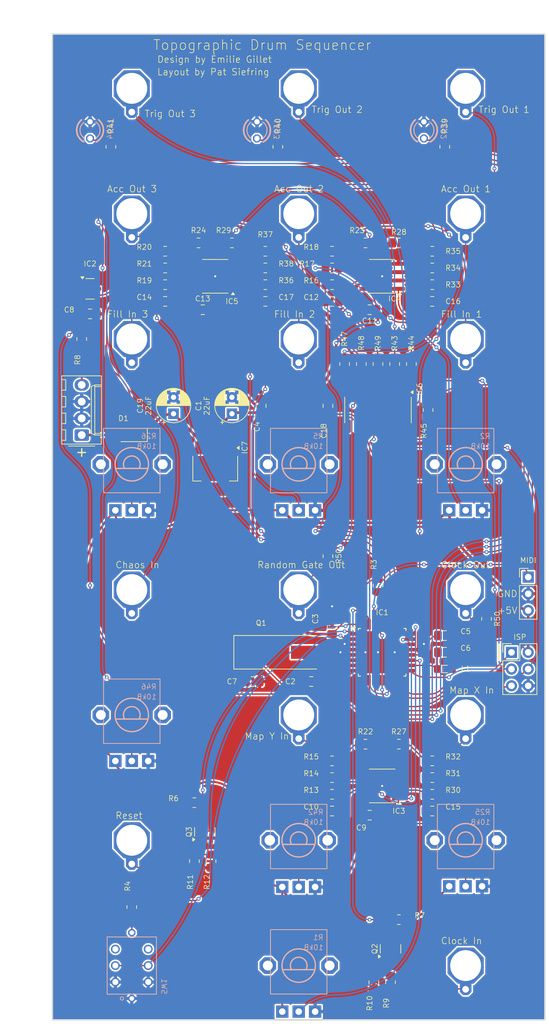
<source format=kicad_pcb>
(kicad_pcb (version 20240108) (generator "pcbnew") (generator_version "8.0")
  (layers (0 "F.Cu" signal) (31 "B.Cu" signal) (34 "B.Paste" user) (35 "F.Paste" user) (36 "B.SilkS" user "B.Silkscreen") (37 "F.SilkS" user "F.Silkscreen") (38 "B.Mask" user) (39 "F.Mask" user) (44 "Edge.Cuts" user))
  (net 0 "")
  (net 1 "GND")
  (net 2 "VEE")
  (net 3 "N$29")
  (net 4 "N$82")
  (net 5 "N$83")
  (net 6 "RESET")
  (net 7 "X_CV")
  (net 8 "N$1")
  (net 9 "GATE1_IN")
  (net 10 "N$2")
  (net 11 "GATE2_IN")
  (net 12 "GATE1_LED")
  (net 13 "GATE2_LED")
  (net 14 "GATE3_LED")
  (net 15 "GATE4_LED")
  (net 16 "+5V")
  (net 17 "SW_RESET")
  (net 18 "IN_CLOCK")
  (net 19 "IN_RESET")
  (net 20 "N$9")
  (net 21 "N$10")
  (net 22 "N$12")
  (net 23 "N$13")
  (net 24 "N$14")
  (net 25 "Y_CV")
  (net 26 "N$15")
  (net 27 "N$16")
  (net 28 "N$17")
  (net 29 "RND_CV")
  (net 30 "N$18")
  (net 31 "N$19")
  (net 32 "N$20")
  (net 33 "N$21")
  (net 34 "N$22")
  (net 35 "N$23")
  (net 36 "N$24")
  (net 37 "N$25")
  (net 38 "N$26")
  (net 39 "CH1_CV")
  (net 40 "CH2_CV")
  (net 41 "CH3_CV")
  (net 42 "N$27")
  (net 43 "N$28")
  (net 44 "N$30")
  (net 45 "N$31")
  (net 46 "N$32")
  (net 47 "N$33")
  (net 48 "N$34")
  (net 49 "N$35")
  (net 50 "N$36")
  (net 51 "AREF")
  (net 52 "MOSI")
  (net 53 "MISO")
  (net 54 "SCK")
  (net 55 "TEMPO")
  (net 56 "LED_CH3")
  (net 57 "LED_CH2")
  (net 58 "LED_CH1")
  (net 59 "LED_CLOCK")
  (net 60 "N$4")
  (net 61 "N$5")
  (net 62 "N$6")
  (net 63 "SS")
  (net 64 "N$39")
  (net 65 "REF_-5")
  (net 66 "RANDOM_GATE")
  (net 67 "CLOCK_OUT")
  (net 68 "IN_MIDI")
  (net 69 "N$3")
  (net 70 "VCC")
  (net 71 "RANDOMGATEPRERESISTOR")
  (net 72 "CLOCKOUTPRERESISTOR")
  (footprint "Library:BananaJackHookup" (layer "F.Cu") (at 88.9 168.275)
    (property "Reference" "REF**" (hide yes))
    (property "Value" "BananaJackHookup" (hide yes))
  )
  (footprint "Capacitor_THT:CP_Radial_D5.0mm_P2.50mm" (layer "F.Cu") (at 44.45 84.390113 90)
    (property "Reference" "C19")
    (property "Value" "22uF")
  )
  (footprint "Package_TO_SOT_SMD:SOT-23" (layer "F.Cu") (at 77.47 165.735 90)
    (property "Reference" "Q2")
    (property "Value" "MMBT3904")
  )
  (footprint "Resistor_SMD:R_0805_2012Metric_Pad1.20x1.40mm_HandSolder" (layer "F.Cu") (at 77.47 170.815 -90)
    (property "Reference" "R9")
    (property "Value" "100k")
  )
  (footprint "Capacitor_SMD:C_0805_2012Metric_Pad1.18x1.45mm_HandSolder" (layer "F.Cu") (at 67.945 83.185 90)
    (property "Reference" "C18")
    (property "Value" "100n")
  )
  (footprint "Capacitor_SMD:C_0805_2012Metric_Pad1.18x1.45mm_HandSolder" (layer "F.Cu") (at 74.295 145.415)
    (property "Reference" "C9")
    (property "Value" "100n")
  )
  (footprint "Capacitor_THT:CP_Radial_D5.0mm_P2.50mm" (layer "F.Cu") (at 53.34 84.390113 90)
    (property "Reference" "C1")
    (property "Value" "22uF")
  )
  (footprint "Resistor_SMD:R_0805_2012Metric_Pad1.20x1.40mm_HandSolder" (layer "F.Cu") (at 43.18 59.69)
    (property "Reference" "R20")
    (property "Value" "100k")
  )
  (footprint "Resistor_SMD:R_0805_2012Metric_Pad1.20x1.40mm_HandSolder" (layer "F.Cu") (at 83.185 83.82 90)
    (property "Reference" "R45")
    (property "Value" "1.0k")
  )
  (footprint "Library:BananaJackHookup" (layer "F.Cu") (at 63.5 73.025)
    (property "Reference" "REF**" (hide yes))
    (property "Value" "BananaJackHookup" (hide yes))
  )
  (footprint "Capacitor_SMD:C_0805_2012Metric_Pad1.18x1.45mm_HandSolder" (layer "F.Cu") (at 83.82 67.31)
    (property "Reference" "C16")
    (property "Value" "10n")
  )
  (footprint "Package_SO:SOIC-8_3.9x4.9mm_P1.27mm" (layer "F.Cu") (at 76.2 63.5 180)
    (property "Reference" "IC4")
    (property "Value" "MCP6002")
  )
  (footprint "Resistor_SMD:R_0805_2012Metric_Pad1.20x1.40mm_HandSolder" (layer "F.Cu") (at 83.82 59.69 180)
    (property "Reference" "R35")
    (property "Value" "100k")
  )
  (footprint "Package_SO:SOIC-16_3.9x9.9mm_P1.27mm" (layer "F.Cu") (at 75.565 83.82 -90)
    (property "Reference" "IC6")
    (property "Value" "74HC595D")
  )
  (footprint "Resistor_SMD:R_0805_2012Metric_Pad1.20x1.40mm_HandSolder" (layer "F.Cu") (at 83.82 64.77)
    (property "Reference" "R33")
    (property "Value" "100k")
  )
  (footprint "Resistor_SMD:R_0805_2012Metric_Pad1.20x1.40mm_HandSolder" (layer "F.Cu") (at 43.18 64.77 180)
    (property "Reference" "R19")
    (property "Value" "100k")
  )
  (footprint "Package_SO:SOIC-8_3.9x4.9mm_P1.27mm" (layer "F.Cu") (at 50.8 63.5 180)
    (property "Reference" "IC5")
    (property "Value" "MCP6002")
  )
  (footprint "Package_TO_SOT_SMD:SOT-223" (layer "F.Cu") (at 50.8 92.71 -90)
    (property "Reference" "IC7")
    (property "Value" "LM1117-5.0")
  )
  (footprint "Resistor_SMD:R_0805_2012Metric_Pad1.20x1.40mm_HandSolder" (layer "F.Cu") (at 80.645 76.835 90)
    (property "Reference" "R44")
    (property "Value" "1.0k")
  )
  (footprint "Resistor_SMD:R_0805_2012Metric_Pad1.20x1.40mm_HandSolder" (layer "F.Cu") (at 83.82 137.16 180)
    (property "Reference" "R32")
    (property "Value" "100k")
  )
  (footprint "Resistor_SMD:R_0805_2012Metric_Pad1.20x1.40mm_HandSolder" (layer "F.Cu") (at 85.725 43.815 90)
    (property "Reference" "R39")
    (property "Value" "100")
  )
  (footprint "Capacitor_SMD:C_0805_2012Metric_Pad1.18x1.45mm_HandSolder" (layer "F.Cu") (at 83.82 144.78)
    (property "Reference" "C15")
    (property "Value" "10n")
  )
  (footprint "Library:BananaJackHookup" (layer "F.Cu") (at 88.9 130.175)
    (property "Reference" "REF**" (hide yes))
    (property "Value" "BananaJackHookup" (hide yes))
  )
  (footprint "Library:BananaJackHookup" (layer "F.Cu") (at 63.5 130.175)
    (property "Reference" "REF**" (hide yes))
    (property "Value" "BananaJackHookup" (hide yes))
  )
  (footprint "Resistor_SMD:R_0805_2012Metric_Pad1.20x1.40mm_HandSolder" (layer "F.Cu") (at 73.025 76.835 90)
    (property "Reference" "R48")
    (property "Value" "1.0k")
  )
  (footprint "Capacitor_SMD:C_0805_2012Metric_Pad1.18x1.45mm_HandSolder" (layer "F.Cu") (at 68.58 116.84 90)
    (property "Reference" "C3")
    (property "Value" "100n")
  )
  (footprint "Package_TO_SOT_SMD:SOT-23" (layer "F.Cu") (at 31.75 65.405)
    (property "Reference" "IC2")
    (property "Value" "LM4040 5.0V")
  )
  (footprint "Capacitor_SMD:C_0805_2012Metric_Pad1.18x1.45mm_HandSolder" (layer "F.Cu") (at 57.785 83.185 90)
    (property "Reference" "C4")
    (property "Value" "100n")
  )
  (footprint "Capacitor_SMD:C_0805_2012Metric_Pad1.18x1.45mm_HandSolder" (layer "F.Cu") (at 74.295 68.58 180)
    (property "Reference" "C11")
    (property "Value" "100n")
  )
  (footprint "Resistor_SMD:R_0805_2012Metric_Pad1.20x1.40mm_HandSolder" (layer "F.Cu") (at 74.93 170.815 90)
    (property "Reference" "R10")
    (property "Value" "1M")
  )
  (footprint "Connector_Molex:Molex_KK-254_AE-6410-04A_1x04_P2.54mm_Vertical" (layer "F.Cu") (at 30.48 87.63 90)
    (property "Reference" "REF**" (hide yes))
    (property "Value" "Molex_KK-254_AE-6410-04A_1x04_P2.54mm_Vertical" (hide yes))
  )
  (footprint "Library:BananaJackHookup" (layer "F.Cu") (at 38.1 111.125)
    (property "Reference" "REF**" (hide yes))
    (property "Value" "BananaJackHookup" (hide yes))
  )
  (footprint "Resistor_SMD:R_0805_2012Metric_Pad1.20x1.40mm_HandSolder" (layer "F.Cu") (at 78.105 76.835 90)
    (property "Reference" "R43")
    (property "Value" "1.0k")
  )
  (footprint "Library:BananaJackHookup" (layer "F.Cu") (at 63.5 111.125)
    (property "Reference" "REF**" (hide yes))
    (property "Value" "BananaJackHookup" (hide yes))
  )
  (footprint "Resistor_SMD:R_0805_2012Metric_Pad1.20x1.40mm_HandSolder" (layer "F.Cu") (at 58.42 59.69 180)
    (property "Reference" "R37")
    (property "Value" "100k")
  )
  (footprint "Resistor_SMD:R_0805_2012Metric_Pad1.20x1.40mm_HandSolder" (layer "F.Cu") (at 75.565 110.49 90)
    (property "Reference" "R3")
    (property "Value" "10k")
  )
  (footprint "Resistor_SMD:R_0805_2012Metric_Pad1.20x1.40mm_HandSolder" (layer "F.Cu") (at 53.34 58.42)
    (property "Reference" "R29")
    (property "Value" "100k")
  )
  (footprint "Package_QFP:TQFP-32_7x7mm_P0.8mm" (layer "F.Cu") (at 76.2 120.65)
    (property "Reference" "IC1")
    (property "Value" "ATMEGA328P-AU")
  )
  (footprint "Resistor_SMD:R_0805_2012Metric_Pad1.20x1.40mm_HandSolder" (layer "F.Cu") (at 34.925 43.815 90)
    (property "Reference" "R41")
    (property "Value" "100")
  )
  (footprint "Library:BananaJackHookup" (layer "F.Cu") (at 63.5 34.925)
    (property "Reference" "REF**" (hide yes))
    (property "Value" "BananaJackHookup" (hide yes))
  )
  (footprint "Resistor_SMD:R_0805_2012Metric_Pad1.20x1.40mm_HandSolder" (layer "F.Cu") (at 38.1 159.385 -90)
    (property "Reference" "R4")
    (property "Value" "100")
  )
  (footprint "Library:BananaJackHookup" (layer "F.Cu") (at 88.9 53.975)
    (property "Reference" "REF**" (hide yes))
    (property "Value" "BananaJackHookup" (hide yes))
  )
  (footprint "Resistor_SMD:R_0805_2012Metric_Pad1.20x1.40mm_HandSolder" (layer "F.Cu") (at 58.42 64.77)
    (property "Reference" "R36")
    (property "Value" "100k")
  )
  (footprint "Capacitor_SMD:C_0805_2012Metric_Pad1.18x1.45mm_HandSolder" (layer "F.Cu") (at 68.58 144.78 180)
    (property "Reference" "C10")
    (property "Value" "10n")
  )
  (footprint "Library:BananaJackHookup" (layer "F.Cu") (at 88.9 34.925)
    (property "Reference" "REF**" (hide yes))
    (property "Value" "BananaJackHookup" (hide yes))
  )
  (footprint "Capacitor_SMD:C_0805_2012Metric_Pad1.18x1.45mm_HandSolder" (layer "F.Cu") (at 31.75 69.215)
    (property "Reference" "C8")
    (property "Value" "470n")
  )
  (footprint "Resistor_SMD:R_0805_2012Metric_Pad1.20x1.40mm_HandSolder" (layer "F.Cu") (at 73.66 134.62 180)
    (property "Reference" "R22")
    (property "Value" "100k")
  )
  (footprint "Library:BananaJackHookup" (layer "F.Cu") (at 63.5 53.975)
    (property "Reference" "REF**" (hide yes))
    (property "Value" "BananaJackHookup" (hide yes))
  )
  (footprint "Connector_PinHeader_2.54mm:PinHeader_2x03_P2.54mm_Vertical" (layer "F.Cu") (at 95.88 120.665)
    (property "Reference" "ISP")
    (property "Value" "")
  )
  (footprint "Library:BananaJackHookup" (layer "F.Cu") (at 88.9 111.125)
    (property "Reference" "REF**" (hide yes))
    (property "Value" "BananaJackHookup" (hide yes))
  )
  (footprint "Resistor_SMD:R_0805_2012Metric_Pad1.20x1.40mm_HandSolder" (layer "F.Cu") (at 43.18 62.23)
    (property "Reference" "R21")
    (property "Value" "100k")
  )
  (footprint "Resistor_SMD:R_0805_2012Metric_Pad1.20x1.40mm_HandSolder" (layer "F.Cu") (at 30.48 73.025 90)
    (property "Reference" "R8")
    (property "Value" "10k")
  )
  (footprint "Resistor_SMD:R_0805_2012Metric_Pad1.20x1.40mm_HandSolder" (layer "F.Cu") (at 83.82 62.23 180)
    (property "Reference" "R34")
    (property "Value" "100k")
  )
  (footprint "Resistor_SMD:R_0805_2012Metric_Pad1.20x1.40mm_HandSolder" (layer "F.Cu") (at 68.58 62.23)
    (property "Reference" "R17")
    (property "Value" "100k")
  )
  (footprint "Resistor_SMD:R_0805_2012Metric_Pad1.20x1.40mm_HandSolder" (layer "F.Cu") (at 47.625 152.4 -90)
    (property "Reference" "R11")
    (property "Value" "100k")
  )
  (footprint "Resistor_SMD:R_0805_2012Metric_Pad1.20x1.40mm_HandSolder" (layer "F.Cu") (at 78.74 58.42)
    (property "Reference" "R28")
    (property "Value" "100k")
  )
  (footprint "Resistor_SMD:R_0805_2012Metric_Pad1.20x1.40mm_HandSolder" (layer "F.Cu") (at 68.58 139.7)
    (property "Reference" "R14")
    (property "Value" "100k")
  )
  (footprint "Library:BananaJackHookup" (layer "F.Cu") (at 38.1 149.225)
    (property "Reference" "REF**" (hide yes))
    (property "Value" "BananaJackHookup" (hide yes))
  )
  (footprint "Library:BananaJackHookup" (layer "F.Cu") (at 38.1 73.025)
    (property "Reference" "REF**" (hide yes))
    (property "Value" "BananaJackHookup" (hide yes))
  )
  (footprint "Resistor_SMD:R_0805_2012Metric_Pad1.20x1.40mm_HandSolder" (layer "F.Cu") (at 78.74 161.29)
    (property "Reference" "R7")
    (property "Value" "10k")
  )
  (footprint "Crystal:Crystal_SMD_HC49-SD" (layer "F.Cu") (at 60.325 120.65)
    (property "Reference" "Q1")
    (property "Value" "20MHz")
  )
  (footprint "Resistor_SMD:R_0805_2012Metric_Pad1.20x1.40mm_HandSolder" (layer "F.Cu") (at 83.82 139.7 180)
    (property "Reference" "R31")
    (property "Value" "100k")
  )
  (footprint "Capacitor_SMD:C_0805_2012Metric_Pad1.18x1.45mm_HandSolder" (layer "F.Cu") (at 56.515 125.095 180)
    (property "Reference" "C7")
    (property "Value" "18p")
  )
  (footprint "Resistor_SMD:R_0805_2012Metric_Pad1.20x1.40mm_HandSolder" (layer "F.Cu") (at 58.42 62.23 180)
    (property "Reference" "R38")
    (property "Value" "100k")
  )
  (footprint "Resistor_SMD:R_0805_2012Metric_Pad1.20x1.40mm_HandSolder" (layer "F.Cu") (at 48.26 58.42 180)
    (property "Reference" "R24")
    (property "Value" "100k")
  )
  (footprint "Capacitor_SMD:C_0805_2012Metric_Pad1.18x1.45mm_HandSolder" (layer "F.Cu") (at 68.58 67.31 180)
    (property "Reference" "C12")
    (property "Value" "10n")
  )
  (footprint "Library:BananaJackHookup" (layer "F.Cu") (at 38.1 53.975)
    (property "Reference" "REF**" (hide yes))
    (property "Value" "BananaJackHookup" (hide yes))
  )
  (footprint "Library:BananaJackHookup" (layer "F.Cu") (at 88.9 73.025)
    (property "Reference" "REF**" (hide yes))
    (property "Value" "BananaJackHookup" (hide yes))
  )
  (footprint "Package_SO:SOIC-8_3.9x4.9mm_P1.27mm" (layer "F.Cu") (at 76.2 140.97 180)
    (property "Reference" "IC3")
    (property "Value" "MCP6002")
  )
  (footprint "Resistor_SMD:R_0805_2012Metric_Pad1.20x1.40mm_HandSolder" (layer "F.Cu") (at 83.82 142.24)
    (property "Reference" "R30")
    (property "Value" "100k")
  )
  (footprint "Resistor_SMD:R_0805_2012Metric_Pad1.20x1.40mm_HandSolder" (layer "F.Cu") (at 68.58 64.77 180)
    (property "Reference" "R16")
    (property "Value" "100k")
  )
  (footprint "Resistor_SMD:R_0805_2012Metric_Pad1.20x1.40mm_HandSolder" (layer "F.Cu") (at 50.165 152.4 90)
    (property "Reference" "R12")
    (property "Value" "1M")
  )
  (footprint "Resistor_SMD:R_0805_2012Metric_Pad1.20x1.40mm_HandSolder" (layer "F.Cu") (at 60.325 43.815 90)
    (property "Reference" "R40")
    (property "Value" "100")
  )
  (footprint "Connector_PinHeader_2.54mm:PinHeader_1x03_P2.54mm_Vertical" (layer "F.Cu") (at 98.425 109.22)
    (property "Reference" "MIDI")
    (property "Value" "")
  )
  (footprint "Capacitor_SMD:C_0805_2012Metric_Pad1.18x1.45mm_HandSolder" (layer "F.Cu") (at 43.18 67.31 180)
    (property "Reference" "C14")
    (property "Value" "10n")
  )
  (footprint "Library:BananaJackHookup" (layer "F.Cu") (at 38.1 34.925)
    (property "Reference" "REF**" (hide yes))
    (property "Value" "BananaJackHookup" (hide yes))
  )
  (footprint "Resistor_SMD:R_0805_2012Metric_Pad1.20x1.40mm_HandSolder" (layer "F.Cu") (at 75.565 76.835 90)
    (property "Reference" "R49")
    (property "Value" "1.0k")
  )
  (footprint "Resistor_SMD:R_0805_2012Metric_Pad1.20x1.40mm_HandSolder" (layer "F.Cu") (at 78.74 134.62)
    (property "Reference" "R27")
    (property "Value" "100k")
  )
  (footprint "Resistor_SMD:R_0805_2012Metric_Pad1.20x1.40mm_HandSolder" (layer "F.Cu") (at 92.075 115.57 -90)
    (property "Reference" "R50")
    (property "Value" "1.0k")
  )
  (footprint "Capacitor_SMD:C_0805_2012Metric_Pad1.18x1.45mm_HandSolder" (layer "F.Cu") (at 48.895 68.58)
    (property "Reference" "C13")
    (property "Value" "100n")
  )
  (footprint "Capacitor_SMD:C_0805_2012Metric_Pad1.18x1.45mm_HandSolder" (layer "F.Cu") (at 65.405 125.095)
    (property "Reference" "C2")
    (property "Value" "18p")
  )
  (footprint "Resistor_SMD:R_0805_2012Metric_Pad1.20x1.40mm_HandSolder" (layer "F.Cu") (at 47.625 143.51 180)
    (property "Reference" "R6")
    (property "Value" "10k")
  )
  (footprint "Resistor_SMD:R_0805_2012Metric_Pad1.20x1.40mm_HandSolder" (layer "F.Cu") (at 73.66 58.42 180)
    (property "Reference" "R23")
    (property "Value" "100k")
  )
  (footprint "Package_TO_SOT_SMD:SOT-23" (layer "F.Cu") (at 49.2125 147.955 90)
    (property "Reference" "Q3")
    (property "Value" "MMBT3904")
  )
  (footprint "Resistor_SMD:R_0805_2012Metric_Pad1.20x1.40mm_HandSolder" (layer "F.Cu") (at 68.58 59.69)
    (property "Reference" "R18")
    (property "Value" "100k")
  )
  (footprint "Inductor_SMD:L_0805_2012Metric_Pad1.05x1.20mm_HandSolder" (layer "F.Cu") (at 85.725 123.19 180)
    (property "Reference" "L1")
    (property "Value" "")
  )
  (footprint "Capacitor_SMD:C_0805_2012Metric_Pad1.18x1.45mm_HandSolder" (layer "F.Cu") (at 85.725 120.65)
    (property "Reference" "C6")
    (property "Value" "100n")
  )
  (footprint "Capacitor_SMD:C_0805_2012Metric_Pad1.18x1.45mm_HandSolder" (layer "F.Cu") (at 58.42 67.31)
    (property "Reference" "C17")
    (property "Value" "10n")
  )
  (footprint "Diode_SMD:D_SOD-123" (layer "F.Cu") (at 38.1 87.63 180)
    (property "Reference" "D1")
    (property "Value" "1N5819HW")
  )
  (footprint "Capacitor_SMD:C_0805_2012Metric_Pad1.18x1.45mm_HandSolder" (layer "F.Cu") (at 85.725 118.11)
    (property "Reference" "C5")
    (property "Value" "100n")
  )
  (footprint "Resistor_SMD:R_0805_2012Metric_Pad1.20x1.40mm_HandSolder" (layer "F.Cu") (at 68.58 137.16)
    (property "Reference" "R15")
    (property "Value" "100k")
  )
  (footprint "Resistor_SMD:R_0805_2012Metric_Pad1.20x1.40mm_HandSolder" (layer "F.Cu") (at 70.485 76.835 90)
    (property "Reference" "R47")
    (property "Value" "1.0k")
  )
  (footprint "Resistor_SMD:R_0805_2012Metric_Pad1.20x1.40mm_HandSolder" (layer "F.Cu") (at 68.58 142.24 180)
    (property "Reference" "R13")
    (property "Value" "100k")
  )
  (footprint "Resistor_SMD:R_0805_2012Metric_Pad1.20x1.40mm_HandSolder" (layer "F.Cu") (at 67.945 106.045 -90)
    (property "Reference" "R50")
    (property "Value" "1.0k")
  )
  (footprint "grids4U:ALPS_POT_VERTICAL_PS" (layer "B.Cu") (at 38.1 92.075)
    (property "Reference" "R26")
    (property "Value" "10kB")
  )
  (footprint "grids4U:ALPS_POT_VERTICAL_PS" (layer "B.Cu") (at 38.1 130.175)
    (property "Reference" "R46")
    (property "Value" "10kB")
  )
  (footprint "grids4U:ALPS_POT_VERTICAL_PS" (layer "B.Cu") (at 63.5 168.275)
    (property "Reference" "R1")
    (property "Value" "10kB")
  )
  (footprint "grids4U:ALPS_POT_VERTICAL_PS" (layer "B.Cu") (at 63.5 92.075)
    (property "Reference" "R5")
    (property "Value" "10kB")
  )
  (footprint "grids4U:ALPS_POT_VERTICAL_PS" (layer "B.Cu") (at 88.9 149.225)
    (property "Reference" "R25")
    (property "Value" "10kB")
  )
  (footprint "grids4U:LED3MM" (layer "B.Cu") (at 57.15 41.275 90)
    (property "Reference" "LED3")
    (property "Value" "")
  )
  (footprint "grids4U:LED3MM" (layer "B.Cu") (at 31.75 41.275 90)
    (property "Reference" "LED4")
    (property "Value" "")
  )
  (footprint "grids4U:LP4OA1PBCT" (layer "B.Cu") (at 38.1 168.275 90)
    (property "Reference" "SW1")
    (property "Value" "LP4OA1PBCT" (hide yes))
  )
  (footprint "grids4U:ALPS_POT_VERTICAL_PS" (layer "B.Cu") (at 88.9 92.075)
    (property "Reference" "R2")
    (property "Value" "10kB")
  )
  (footprint "grids4U:ALPS_POT_VERTICAL_PS4" (layer "B.Cu") (at 63.5 149.225)
    (property "Reference" "R42")
    (property "Value" "10kB")
  )
  (footprint "grids4U:LED3MM" (layer "B.Cu") (at 82.55 41.275 90)
    (property "Reference" "LED2")
    (property "Value" "")
  )
  (gr_line (start 93.98 119.38) (end 93.98 121.92) (stroke (width 0.2)) (layer "F.SilkS"))
  (gr_rect (start 26.035 26.67) (end 100.965 176.53) (stroke (width 0.2)) (fill none) (layer "Edge.Cuts"))
  (gr_text "+5V" (at 95.25 114.3 0) (layer "F.SilkS") (effects (font (size 1 1) (thickness 0.1))))
  (gr_text "Design by Émilie Gillet" (at 41.91 31.115 0) (layer "F.SilkS") (effects (font (size 1 1) (thickness 0.1)) (justify left bottom)))
  (gr_text "GND" (at 95.25 111.76 0) (layer "F.SilkS") (effects (font (size 1 1) (thickness 0.1))))
  (gr_text "Topographic Drum Sequencer" (at 41.275 29.21 0) (layer "F.SilkS") (effects (font (size 1.5 1.5) (thickness 0.1)) (justify left bottom)))
  (gr_text "+" (at 30.48 90.17 0) (layer "F.SilkS") (effects (font (size 1.5 1.5) (thickness 0.2) (bold yes))))
  (gr_text "Layout by Pat Siefring" (at 41.91 33.02 0) (layer "F.SilkS") (effects (font (size 1 1) (thickness 0.1)) (justify left bottom)))
  (via (at 69.85 120.65) (size 0.6) (drill 0.3) (layers "F.Cu" "B.Cu") (net 1))
  (via (at 50.8 63.5) (size 0.6) (drill 0.3) (layers "F.Cu" "B.Cu") (net 1))
  (via (at 76.2 63.5) (size 0.6) (drill 0.3) (layers "F.Cu" "B.Cu") (net 1))
  (via (at 68.58 113.665) (size 0.6) (drill 0.3) (layers "F.Cu" "B.Cu") (net 1))
  (via (at 75.565 120.65) (size 0.6) (drill 0.3) (layers "F.Cu" "B.Cu") (net 1))
  (via (at 70.485 119.38) (size 0.6) (drill 0.3) (layers "F.Cu" "B.Cu") (net 1))
  (via (at 82.55 119.38) (size 0.6) (drill 0.3) (layers "F.Cu" "B.Cu") (net 1))
  (via (at 78.105 120.65) (size 0.6) (drill 0.3) (layers "F.Cu" "B.Cu") (net 1))
  (via (at 76.2 140.97) (size 0.6) (drill 0.3) (layers "F.Cu" "B.Cu") (net 1))
  (via (at 73.66 120.65) (size 0.6) (drill 0.3) (layers "F.Cu" "B.Cu") (net 1))
  (segment (start 30.48 74.025) (end 30.48 80.01) (width 0.3) (layer "F.Cu") (net 2))
  (segment (start 82.817879 142.326581) (end 82.817879 144.694588) (width 0.2) (layer "F.Cu") (net 3))
  (segment (start 80.661837 135.001838) (end 82.82 137.16) (width 0.2) (layer "F.Cu") (net 3))
  (segment (start 82.82 139.7) (end 82.82 142.24) (width 0.2) (layer "F.Cu") (net 3))
  (segment (start 78.675 141.605) (end 81.286975 141.605) (width 0.2) (layer "F.Cu") (net 3))
  (segment (start 82.82 137.16) (end 82.82 139.7) (width 0.2) (layer "F.Cu") (net 3))
  (segment (start 82.82 142.24) (end 82.817879 142.326581) (width 0.2) (layer "F.Cu") (net 3))
  (arc (start 81.286975 141.605) (mid 82.116642 141.770031) (end 82.82 142.24) (width 0.2) (layer "F.Cu") (net 3))
  (arc (start 79.74 134.62) (mid 80.238895 134.719236) (end 80.661837 135.001838) (width 0.2) (layer "F.Cu") (net 3))
  (arc (start 82.817879 144.694588) (mid 82.808684 144.740813) (end 82.7825 144.78) (width 0.2) (layer "F.Cu") (net 3))
  (segment (start 64.912568 126.365) (end 62.865 126.365) (width 0.2) (layer "F.Cu") (net 4))
  (segment (start 56.075 120.65) (end 56.075 123.652508) (width 0.2) (layer "F.Cu") (net 4))
  (segment (start 61.02986 125.60486) (end 56.075 120.65) (width 0.2) (layer "F.Cu") (net 4))
  (arc (start 56.075 123.652508) (mid 55.919714 124.433179) (end 55.4775 125.095) (width 0.2) (layer "F.Cu") (net 4))
  (arc (start 62.865 126.365) (mid 61.871829 126.167446) (end 61.02986 125.60486) (width 0.2) (layer "F.Cu") (net 4))
  (arc (start 71.95 123.45) (mid 68.721199 125.607416) (end 64.912568 126.365) (width 0.2) (layer "F.Cu") (net 4))
  (segment (start 66.397568 125.050067) (end 66.4425 125.095) (width 0.2) (layer "F.Cu") (net 5))
  (segment (start 71.95 122.65) (end 69.403427 122.65) (width 0.2) (layer "F.Cu") (net 5))
  (arc (start 64.575 120.65) (mid 65.04867 123.031299) (end 66.397568 125.050067) (width 0.2) (layer "F.Cu") (net 5))
  (arc (start 69.403427 122.65) (mid 66.790301 122.130217) (end 64.575 120.65) (width 0.2) (layer "F.Cu") (net 5))
  (segment (start 95.699035 125.922448) (end 88.32644 125.922448) (width 0.2) (layer "F.Cu") (net 6))
  (segment (start 78.74 128.905) (end 81.125924 128.905) (width 0.2) (layer "F.Cu") (net 6))
  (segment (start 75.8 117.144315) (end 75.8 116.4) (width 0.2) (layer "F.Cu") (net 6))
  (segment (start 95.88 125.745) (end 95.699035 125.922448) (width 0.2) (layer "F.Cu") (net 6))
  (segment (start 75.8 112.05734) (end 75.8 116.4) (width 0.2) (layer "F.Cu") (net 6))
  (via (at 76.2 118.11) (size 0.6) (drill 0.3) (layers "F.Cu" "B.Cu") (net 6))
  (via (at 76.2 126.365) (size 0.6) (drill 0.3) (layers "F.Cu" "B.Cu") (net 6))
  (arc (start 76.2 118.11) (mid 75.903956 117.66694) (end 75.8 117.144315) (width 0.2) (layer "F.Cu") (net 6))
  (arc (start 85.725 127) (mid 83.614926 128.409907) (end 81.125924 128.905) (width 0.2) (layer "F.Cu") (net 6))
  (arc (start 88.32644 125.922448) (mid 86.918551 126.202495) (end 85.725 127) (width 0.2) (layer "F.Cu") (net 6))
  (arc (start 75.565 111.49) (mid 75.738925 111.750298) (end 75.8 112.05734) (width 0.2) (layer "F.Cu") (net 6))
  (arc (start 78.74 128.905) (mid 76.943949 128.161051) (end 76.2 126.365) (width 0.2) (layer "F.Cu") (net 6))
  (segment (start 76.2 126.365) (end 76.2 118.11) (width 0.2) (layer "B.Cu") (net 6))
  (segment (start 78.675 142.875) (end 78.675 144.08) (width 0.2) (layer "F.Cu") (net 7))
  (segment (start 79.375 118.745) (end 80.355 118.745) (width 0.2) (layer "F.Cu") (net 7))
  (segment (start 84.82 142.24) (end 84.82 144.7425) (width 0.2) (layer "F.Cu") (net 7))
  (segment (start 81.28 146.685) (end 82.9525 146.685) (width 0.2) (layer "F.Cu") (net 7))
  (segment (start 78.675 142.875) (end 80.645 142.875) (width 0.2) (layer "F.Cu") (net 7))
  (via (at 79.375 118.745) (size 0.6) (drill 0.3) (layers "F.Cu" "B.Cu") (net 7))
  (via (at 80.645 142.875) (size 0.6) (drill 0.3) (layers "F.Cu" "B.Cu") (net 7))
  (arc (start 84.82 144.7425) (mid 84.830983 144.769017) (end 84.8575 144.78) (width 0.2) (layer "F.Cu") (net 7))
  (arc (start 82.9525 146.685) (mid 84.299538 146.127038) (end 84.8575 144.78) (width 0.2) (layer "F.Cu") (net 7))
  (arc (start 80.355 118.745) (mid 80.382825 118.677825) (end 80.45 118.65) (width 0.2) (layer "F.Cu") (net 7))
  (arc (start 78.675 144.08) (mid 79.437987 145.922013) (end 81.28 146.685) (width 0.2) (layer "F.Cu") (net 7))
  (segment (start 80.645 142.875) (end 80.645 120.015) (width 0.2) (layer "B.Cu") (net 7))
  (arc (start 80.645 120.015) (mid 80.273026 119.116974) (end 79.375 118.745) (width 0.2) (layer "B.Cu") (net 7))
  (segment (start 76.52 166.6725) (end 76.52 167.521498) (width 0.2) (layer "F.Cu") (net 8))
  (segment (start 77.47 169.815) (end 74.93 169.815) (width 0.2) (layer "F.Cu") (net 8))
  (arc (start 76.52 167.521498) (mid 76.766897 168.762732) (end 77.47 169.815) (width 0.2) (layer "F.Cu") (net 8))
  (segment (start 77.47 171.815) (end 88.731006 171.815) (width 0.2) (layer "F.Cu") (net 9))
  (arc (start 88.731006 171.815) (mid 88.822465 171.833193) (end 88.9 171.885) (width 0.2) (layer "F.Cu") (net 9))
  (segment (start 48.2625 148.8925) (end 48.2625 149.860939) (width 0.2) (layer "F.Cu") (net 10))
  (segment (start 50.165 151.4) (end 47.625 151.4) (width 0.2) (layer "F.Cu") (net 10))
  (arc (start 48.2625 149.860939) (mid 48.096819 150.693873) (end 47.625 151.4) (width 0.2) (layer "F.Cu") (net 10))
  (segment (start 47.625 153.4) (end 39.46403 153.4) (width 0.2) (layer "F.Cu") (net 11))
  (arc (start 39.46403 153.4) (mid 38.725822 153.253161) (end 38.1 152.835) (width 0.2) (layer "F.Cu") (net 11))
  (segment (start 38.1 163.275) (end 38.1 160.385) (width 0.2) (layer "F.Cu") (net 12))
  (segment (start 34.925 42.815) (end 32.401837 42.815) (width 0.2) (layer "F.Cu") (net 13))
  (arc (start 32.401837 42.815) (mid 32.049065 42.744829) (end 31.75 42.545) (width 0.2) (layer "F.Cu") (net 13))
  (segment (start 60.325 42.815) (end 57.801837 42.815) (width 0.2) (layer "F.Cu") (net 14))
  (arc (start 57.801837 42.815) (mid 57.449065 42.744829) (end 57.15 42.545) (width 0.2) (layer "F.Cu") (net 14))
  (segment (start 85.725 42.815) (end 83.201837 42.815) (width 0.2) (layer "F.Cu") (net 15))
  (arc (start 83.201837 42.815) (mid 82.849065 42.744829) (end 82.55 42.545) (width 0.2) (layer "F.Cu") (net 15))
  (segment (start 86.875 123.19) (end 88.54107 121.52393) (width 0.2) (layer "F.Cu") (net 16))
  (segment (start 74.22411 65.90411) (end 73.725 65.405) (width 0.2) (layer "F.Cu") (net 16))
  (segment (start 61 99.075) (end 62.458664 100.533664) (width 0.4) (layer "F.Cu") (net 16))
  (segment (start 57.785 84.2225) (end 58.6525 84.2225) (width 0.4) (layer "F.Cu") (net 16))
  (segment (start 98.42 114.94) (end 98.42 120.665) (width 0.4) (layer "F.Cu") (net 16))
  (segment (start 61.39598 157.28098) (end 62.23 158.115) (width 0.3) (layer "F.Cu") (net 16))
  (segment (start 37.728025 101.6) (end 42.653949 101.6) (width 0.3) (layer "F.Cu") (net 16))
  (segment (start 75.565 70.485) (end 75.565 69.141304) (width 0.4) (layer "F.Cu") (net 16))
  (segment (start 48.325 67.451356) (end 48.325 65.405) (width 0.2) (layer "F.Cu") (net 16))
  (segment (start 78.74 83.82) (end 74.295 83.82) (width 0.2) (layer "F.Cu") (net 16))
  (segment (start 57.783072 84.143792) (end 57.771891 84.052376) (width 0.4) (layer "F.Cu") (net 16))
  (segment (start 58.960008 155.480007) (end 58.42 154.94) (width 0.3) (layer "F.Cu") (net 16))
  (segment (start 79.74 161.29) (end 80.01 161.29) (width 0.3) (layer "F.Cu") (net 16))
  (segment (start 57.722982 83.886196) (end 51.704666 77.86788) (width 0.4) (layer "F.Cu") (net 16))
  (segment (start 72.39 85.725) (end 72.39 86.295) (width 0.2) (layer "F.Cu") (net 16))
  (segment (start 31.360348 132.935348) (end 35.6 137.175) (width 0.3) (layer "F.Cu") (net 16))
  (segment (start 56.515 87.288551) (end 56.515 99.06) (width 0.4) (layer "F.Cu") (net 16))
  (segment (start 57.785 84.2225) (end 67.945 84.2225) (width 0.4) (layer "F.Cu") (net 16))
  (segment (start 82.271917 160.353084) (end 86.4 156.225) (width 0.3) (layer "F.Cu") (net 16))
  (segment (start 57.754432 83.977432) (end 57.722982 83.886196) (width 0.4) (layer "F.Cu") (net 16))
  (segment (start 71.95 121.85) (end 70.415 121.85) (width 0.2) (layer "F.Cu") (net 16))
  (segment (start 73.725 142.875) (end 73.725 144.286356) (width 0.2) (layer "F.Cu") (net 16))
  (segment (start 36.06669 138.301691) (end 38.1 140.335) (width 0.3) (layer "F.Cu") (net 16))
  (segment (start 70.386377 116.071124) (end 68.58 117.8775) (width 0.2) (layer "F.Cu") (net 16))
  (segment (start 66.530797 117.8775) (end 68.58 117.8775) (width 0.4) (layer "F.Cu") (net 16))
  (segment (start 89.111755 105.621754) (end 97.340987 113.850987) (width 0.4) (layer "F.Cu") (net 16))
  (segment (start 58.311051 112.921051) (end 60.96 115.57) (width 0.4) (layer "F.Cu") (net 16))
  (segment (start 61 156.325) (end 61 175.275) (width 0.3) (layer "F.Cu") (net 16))
  (segment (start 54.61 145.741847) (end 54.61 144.78) (width 0.3) (layer "F.Cu") (net 16))
  (segment (start 73.2575 146.187517) (end 73.2575 145.415) (width 0.3) (layer "F.Cu") (net 16))
  (segment (start 63.763025 158.75) (end 66.04 158.75) (width 0.3) (layer "F.Cu") (net 16))
  (segment (start 73.2575 145.415) (end 73.2575 145.639861) (width 0.3) (layer "F.Cu") (net 16))
  (segment (start 72.201295 120.247742) (end 70.950242 120.247742) (width 0.2) (layer "F.Cu") (net 16))
  (segment (start 56.515 99.06) (end 48.786051 99.06) (width 0.3) (layer "F.Cu") (net 16))
  (segment (start 63.5 100.965) (end 81.837137 100.965) (width 0.4) (layer "F.Cu") (net 16))
  (segment (start 53.744653 84.2225) (end 57.785 84.2225) (width 0.4) (layer "F.Cu") (net 16))
  (segment (start 71.95 120.25) (end 72.155 120.25) (width 0.2) (layer "F.Cu") (net 16))
  (segment (start 72.155 120.25) (end 72.201295 120.247742) (width 0.2) (layer "F.Cu") (net 16))
  (segment (start 52.659611 85.070502) (end 53.34 84.390113) (width 0.4) (layer "F.Cu") (net 16))
  (segment (start 57.771891 84.052376) (end 57.754432 83.977432) (width 0.4) (layer "F.Cu") (net 16))
  (segment (start 80.01 86.295) (end 80.01 85.09) (width 0.2) (layer "F.Cu") (net 16))
  (segment (start 68.58 120.015) (end 68.58 117.8775) (width 0.2) (layer "F.Cu") (net 16))
  (segment (start 35.6 99.528543) (end 35.6 99.075) (width 0.3) (layer "F.Cu") (net 16))
  (segment (start 56.515 99.06) (end 56.515 108.585) (width 0.4) (layer "F.Cu") (net 16))
  (segment (start 57.785 84.2225) (end 57.783072 84.143792) (width 0.4) (layer "F.Cu") (net 16))
  (segment (start 95.25 118.745) (end 95.885 118.745) (width 0.2) (layer "F.Cu") (net 16))
  (segment (start 30.48 111.435773) (end 30.48 130.81) (width 0.3) (layer "F.Cu") (net 16))
  (segment (start 72.018026 112.131974) (end 74.020069 110.129932) (width 0.2) (layer "F.Cu") (net 16))
  (segment (start 98.425 114.935) (end 98.42 114.94) (width 0.4) (layer "F.Cu") (net 16))
  (segment (start 98.425 114.3) (end 98.425 114.935) (width 0.4) (layer "F.Cu") (net 16))
  (segment (start 68.208025 157.851974) (end 68.58 157.48) (width 0.3) (layer "F.Cu") (net 16))
  (segment (start 50.165 140.335) (end 49.8 140.335) (width 0.3) (layer "F.Cu") (net 16))
  (segment (start 45.765128 143.51) (end 46.625 143.51) (width 0.3) (layer "F.Cu") (net 16))
  (segment (start 71.12 84.455) (end 68.506304 84.455) (width 0.2) (layer "F.Cu") (net 16))
  (segment (start 56.515 99.06) (end 60.963787 99.06) (width 0.3) (layer "F.Cu") (net 16))
  (segment (start 96.93487 119.179871) (end 98.42 120.665) (width 0.2) (layer "F.Cu") (net 16))
  (via (at 75.565 70.485) (size 0.6) (drill 0.3) (layers "F.Cu" "B.Cu") (net 16))
  (via (at 69.215 73.66) (size 0.6) (drill 0.3) (layers "F.Cu" "B.Cu") (net 16))
  (arc (start 56.515 108.585) (mid 56.981778 110.931654) (end 58.311051 112.921051) (width 0.4) (layer "F.Cu") (net 16))
  (arc (start 70.415 121.85) (mid 69.117459 121.312541) (end 68.58 120.015) (width 0.2) (layer "F.Cu") (net 16))
  (arc (start 48.786051 99.06) (mid 47.126717 99.390062) (end 45.72 100.33) (width 0.3) (layer "F.Cu") (net 16))
  (arc (start 80.01 161.29) (mid 81.23414 161.046503) (end 82.271917 160.353084) (width 0.3) (layer "F.Cu") (net 16))
  (arc (start 62.458664 100.533664) (mid 62.936433 100.852899) (end 63.5 100.965) (width 0.4) (layer "F.Cu") (net 16))
  (arc (start 73.2575 145.639861) (mid 74.942247 154.109655) (end 79.74 161.29) (width 0.3) (layer "F.Cu") (net 16))
  (arc (start 58.42 154.94) (mid 55.600186 150.719852) (end 54.61 145.741847) (width 0.3) (layer "F.Cu") (net 16))
  (arc (start 81.837137 100.965) (mid 84.306541 100.473805) (end 86.4 99.075) (width 0.4) (layer "F.Cu") (net 16))
  (arc (start 50.8 89.56) (mid 51.283297 87.130301) (end 52.659611 85.070502) (width 0.4) (layer "F.Cu") (net 16))
  (arc (start 75.565 109.49) (mid 74.728889 109.656313) (end 74.020069 110.129932) (width 0.2) (layer "F.Cu") (net 16))
  (arc (start 60.963787 99.06) (mid 60.983385 99.063899) (end 61 99.075) (width 0.4) (layer "F.Cu") (net 16))
  (arc (start 45.72 100.33) (mid 44.313284 101.269938) (end 42.653949 101.6) (width 0.3) (layer "F.Cu") (net 16))
  (arc (start 66.04 158.75) (mid 67.213327 158.516611) (end 68.208025 157.851974) (width 0.3) (layer "F.Cu") (net 16))
  (arc (start 51.704666 77.86788) (mid 48.857346 73.606565) (end 47.8575 68.58) (width 0.4) (layer "F.Cu") (net 16))
  (arc (start 97.340987 113.850987) (mid 97.838336 114.183305) (end 98.425 114.3) (width 0.4) (layer "F.Cu") (net 16))
  (arc (start 62.23 158.115) (mid 62.933358 158.584969) (end 63.763025 158.75) (width 0.3) (layer "F.Cu") (net 16))
  (arc (start 68.58 157.48) (mid 72.041857 152.298965) (end 73.2575 146.187517) (width 0.3) (layer "F.Cu") (net 16))
  (arc (start 68.506304 84.455) (mid 68.202528 84.394575) (end 67.945 84.2225) (width 0.2) (layer "F.Cu") (net 16))
  (arc (start 35.6 137.175) (mid 35.721289 137.784761) (end 36.06669 138.301691) (width 0.3) (layer "F.Cu") (net 16))
  (arc (start 80.01 85.09) (mid 79.638026 84.191974) (end 78.74 83.82) (width 0.2) (layer "F.Cu") (net 16))
  (arc (start 54.61 144.78) (mid 53.30809 141.63691) (end 50.165 140.335) (width 0.3) (layer "F.Cu") (net 16))
  (arc (start 30.48 130.81) (mid 30.708795 131.96023) (end 31.360348 132.935348) (width 0.3) (layer "F.Cu") (net 16))
  (arc (start 88.54107 121.52393) (mid 91.619153 119.46722) (end 95.25 118.745) (width 0.2) (layer "F.Cu") (net 16))
  (arc (start 73.725 144.286356) (mid 73.6035 144.897174) (end 73.2575 145.415) (width 0.2) (layer "F.Cu") (net 16))
  (arc (start 60.96 115.57) (mid 63.515903 117.2778) (end 66.530797 117.8775) (width 0.4) (layer "F.Cu") (net 16))
  (arc (start 49.8 140.335) (mid 47.554936 141.264936) (end 46.625 143.51) (width 0.3) (layer "F.Cu") (net 16))
  (arc (start 75.3325 68.58) (mid 75.044439 67.131819) (end 74.22411 65.90411) (width 0.2) (layer "F.Cu") (net 16))
  (arc (start 71.12 114.3) (mid 70.929337 115.258525) (end 70.386377 116.071124) (width 0.2) (layer "F.Cu") (net 16))
  (arc (start 36.195 100.965) (mid 35.754635 100.305948) (end 35.6 99.528543) (width 0.3) (layer "F.Cu") (net 16))
  (arc (start 35.6 99.075) (mid 31.810645 104.74617) (end 30.48 111.435773) (width 0.3) (layer "F.Cu") (net 16))
  (arc (start 72.018026 112.131974) (mid 71.353389 113.126672) (end 71.12 114.3) (width 0.2) (layer "F.Cu") (net 16))
  (arc (start 95.885 118.745) (mid 96.453186 118.858019) (end 96.93487 119.179871) (width 0.2) (layer "F.Cu") (net 16))
  (arc (start 61 156.325) (mid 59.895964 156.105394) (end 58.960008 155.480007) (width 0.3) (layer "F.Cu") (net 16))
  (arc (start 37.728025 101.6) (mid 36.898358 101.434969) (end 36.195 100.965) (width 0.3) (layer "F.Cu") (net 16))
  (arc (start 57.785 84.2225) (mid 56.845062 85.629216) (end 56.515 87.288551) (width 0.4) (layer "F.Cu") (net 16))
  (arc (start 86.4 99.075) (mid 87.104762 102.618078) (end 89.111755 105.621754) (width 0.4) (layer "F.Cu") (net 16))
  (arc (start 61 156.325) (mid 61.102912 156.842373) (end 61.39598 157.28098) (width 0.3) (layer "F.Cu") (net 16))
  (arc (start 58.6525 84.2225) (mid 66.121315 81.128815) (end 69.215 73.66) (width 0.4) (layer "F.Cu") (net 16))
  (arc (start 74.295 83.82) (mid 72.947962 84.377962) (end 72.39 85.725) (width 0.2) (layer "F.Cu") (net 16))
  (arc (start 70.950242 120.247742) (mid 69.274228 119.553514) (end 68.58 117.8775) (width 0.2) (layer "F.Cu") (net 16))
  (arc (start 38.1 140.335) (mid 41.616791 142.684844) (end 45.765128 143.51) (width 0.3) (layer "F.Cu") (net 16))
  (arc (start 53.34 84.390113) (mid 53.525656 84.266061) (end 53.744653 84.2225) (width 0.4) (layer "F.Cu") (net 16))
  (arc (start 47.8575 68.58) (mid 48.203501 68.062174) (end 48.325 67.451356) (width 0.2) (layer "F.Cu") (net 16))
  (arc (start 75.565 69.141304) (mid 75.504575 68.837528) (end 75.3325 68.58) (width 0.4) (layer "F.Cu") (net 16))
  (arc (start 72.39 85.725) (mid 72.018026 84.826974) (end 71.12 84.455) (width 0.2) (layer "F.Cu") (net 16))
  (segment (start 69.215 73.66) (end 70.144936 72.730064) (width 0.4) (layer "B.Cu") (net 16))
  (arc (start 70.144936 72.730064) (mid 72.631682 71.068473) (end 75.565 70.485) (width 0.4) (layer "B.Cu") (net 16))
  (segment (start 70.485 117.475) (end 71.04467 117.475) (width 0.2) (layer "F.Cu") (net 17))
  (segment (start 40.6 168.275) (end 35.6 168.275) (width 0.2) (layer "F.Cu") (net 17))
  (via (at 70.485 117.475) (size 0.6) (drill 0.3) (layers "F.Cu" "B.Cu") (net 17))
  (arc (start 71.04467 117.475) (mid 71.534631 117.57246) (end 71.95 117.85) (width 0.2) (layer "F.Cu") (net 17))
  (segment (start 40.6 168.275) (end 40.602336 168.108368) (width 0.2) (layer "B.Cu") (net 17))
  (segment (start 58.867387 124.012613) (end 61.812897 121.067103) (width 0.2) (layer "B.Cu") (net 17))
  (arc (start 61.812897 121.067103) (mid 65.791691 118.408557) (end 70.485 117.475) (width 0.2) (layer "B.Cu") (net 17))
  (arc (start 40.602336 168.108368) (mid 47.679745 157.516277) (end 50.165 145.022055) (width 0.2) (layer "B.Cu") (net 17))
  (arc (start 50.165 145.022055) (mid 52.426677 133.651818) (end 58.867387 124.012613) (width 0.2) (layer "B.Cu") (net 17))
  (segment (start 74.2 116.4) (end 74.2 116.11) (width 0.2) (layer "F.Cu") (net 18))
  (segment (start 72.39 114.3) (end 71.755 114.3) (width 0.2) (layer "F.Cu") (net 18))
  (segment (start 77.47 164.7975) (end 77.47 161.941837) (width 0.2) (layer "F.Cu") (net 18))
  (segment (start 74.295 161.29) (end 77.74 161.29) (width 0.2) (layer "F.Cu") (net 18))
  (via (at 74.295 161.29) (size 0.6) (drill 0.3) (layers "F.Cu" "B.Cu") (net 18))
  (via (at 71.755 114.3) (size 0.6) (drill 0.3) (layers "F.Cu" "B.Cu") (net 18))
  (arc (start 74.2 116.11) (mid 73.669863 114.830137) (end 72.39 114.3) (width 0.2) (layer "F.Cu") (net 18))
  (arc (start 77.47 161.941837) (mid 77.540171 161.589066) (end 77.74 161.29) (width 0.2) (layer "F.Cu") (net 18))
  (segment (start 71.755 114.3) (end 71.755 158.75) (width 0.2) (layer "B.Cu") (net 18))
  (arc (start 71.755 158.75) (mid 72.498949 160.546051) (end 74.295 161.29) (width 0.2) (layer "B.Cu") (net 18))
  (segment (start 48.895 141.605) (end 48.895 142.858163) (width 0.2) (layer "F.Cu") (net 19))
  (segment (start 49.2125 147.0175) (end 49.2125 144.92835) (width 0.2) (layer "F.Cu") (net 19))
  (segment (start 73.4 116.4) (end 71.312638 116.4) (width 0.2) (layer "F.Cu") (net 19))
  (via (at 70.626241 116.684315) (size 0.6) (drill 0.3) (layers "F.Cu" "B.Cu") (net 19))
  (via (at 48.895 141.605) (size 0.6) (drill 0.3) (layers "F.Cu" "B.Cu") (net 19))
  (arc (start 71.312638 116.4) (mid 70.941163 116.473891) (end 70.626241 116.684315) (width 0.2) (layer "F.Cu") (net 19))
  (arc (start 49.2125 144.92835) (mid 49.059814 144.160744) (end 48.625 143.51) (width 0.2) (layer "F.Cu") (net 19))
  (arc (start 48.895 142.858163) (mid 48.824829 143.210935) (end 48.625 143.51) (width 0.2) (layer "F.Cu") (net 19))
  (segment (start 55.181137 126.428863) (end 60.894783 120.715217) (width 0.2) (layer "B.Cu") (net 19))
  (arc (start 55.181137 126.428863) (mid 50.528703 133.391731) (end 48.895 141.605) (width 0.2) (layer "B.Cu") (net 19))
  (arc (start 70.626241 116.684315) (mid 65.359614 117.731912) (end 60.894783 120.715217) (width 0.2) (layer "B.Cu") (net 19))
  (segment (start 86.364931 140.339932) (end 87.63 141.605) (width 0.2) (layer "F.Cu") (net 20))
  (segment (start 88.9 144.671051) (end 88.9 156.225) (width 0.2) (layer "F.Cu") (net 20))
  (arc (start 84.82 139.7) (mid 85.656111 139.866313) (end 86.364931 140.339932) (width 0.2) (layer "F.Cu") (net 20))
  (arc (start 87.63 141.605) (mid 88.569938 143.011716) (end 88.9 144.671051) (width 0.2) (layer "F.Cu") (net 20))
  (segment (start 86.023511 136.66149) (end 88.9 133.785) (width 0.2) (layer "F.Cu") (net 21))
  (arc (start 84.82 137.16) (mid 85.471335 137.030441) (end 86.023511 136.66149) (width 0.2) (layer "F.Cu") (net 21))
  (segment (start 69.582121 139.613419) (end 69.58 139.611298) (width 0.2) (layer "F.Cu") (net 22))
  (segment (start 71.738163 135.001838) (end 69.58 137.16) (width 0.2) (layer "F.Cu") (net 22))
  (segment (start 69.58 139.7) (end 69.582121 139.613419) (width 0.2) (layer "F.Cu") (net 22))
  (segment (start 69.58 142.24) (end 69.58 139.7) (width 0.2) (layer "F.Cu") (net 22))
  (segment (start 73.725 140.335) (end 71.113025 140.335) (width 0.2) (layer "F.Cu") (net 22))
  (segment (start 69.6175 144.78) (end 69.6175 142.330533) (width 0.2) (layer "F.Cu") (net 22))
  (segment (start 69.58 139.611298) (end 69.58 137.16) (width 0.2) (layer "F.Cu") (net 22))
  (arc (start 69.6175 142.330533) (mid 69.607754 142.281537) (end 69.58 142.24) (width 0.2) (layer "F.Cu") (net 22))
  (arc (start 71.113025 140.335) (mid 70.283358 140.169969) (end 69.58 139.7) (width 0.2) (layer "F.Cu") (net 22))
  (arc (start 72.66 134.62) (mid 72.161105 134.719236) (end 71.738163 135.001838) (width 0.2) (layer "F.Cu") (net 22))
  (segment (start 67.119081 139.890919) (end 64.77 142.24) (width 0.2) (layer "F.Cu") (net 23))
  (segment (start 63.5 145.306051) (end 63.5 156.325) (width 0.2) (layer "F.Cu") (net 23))
  (arc (start 64.77 142.24) (mid 63.830062 143.646716) (end 63.5 145.306051) (width 0.2) (layer "F.Cu") (net 23))
  (arc (start 67.58 139.7) (mid 67.330552 139.749618) (end 67.119081 139.890919) (width 0.2) (layer "F.Cu") (net 23))
  (segment (start 67.58 137.16) (end 64.703511 134.283511) (width 0.2) (layer "F.Cu") (net 24))
  (arc (start 64.703511 134.283511) (mid 64.151336 133.914559) (end 63.5 133.785) (width 0.2) (layer "F.Cu") (net 24))
  (segment (start 73.725 141.605) (end 74.666975 141.605) (width 0.2) (layer "F.Cu") (net 25))
  (segment (start 73.725 141.605) (end 72.39 141.605) (width 0.2) (layer "F.Cu") (net 25))
  (segment (start 71.12 142.875) (end 71.12 145.415) (width 0.2) (layer "F.Cu") (net 25))
  (segment (start 69.85 146.685) (end 69.4475 146.685) (width 0.2) (layer "F.Cu") (net 25))
  (segment (start 81.28 116.84) (end 81.28 117.02) (width 0.2) (layer "F.Cu") (net 25))
  (segment (start 67.58 142.24) (end 67.58 144.689467) (width 0.2) (layer "F.Cu") (net 25))
  (via (at 76.2 142.24) (size 0.6) (drill 0.3) (layers "F.Cu" "B.Cu") (net 25))
  (via (at 81.28 116.84) (size 0.6) (drill 0.3) (layers "F.Cu" "B.Cu") (net 25))
  (arc (start 72.39 141.605) (mid 71.491974 141.976974) (end 71.12 142.875) (width 0.2) (layer "F.Cu") (net 25))
  (arc (start 67.58 144.689467) (mid 67.570254 144.738463) (end 67.5425 144.78) (width 0.2) (layer "F.Cu") (net 25))
  (arc (start 69.4475 146.685) (mid 68.100462 146.127038) (end 67.5425 144.78) (width 0.2) (layer "F.Cu") (net 25))
  (arc (start 81.28 117.02) (mid 81.036899 117.606899) (end 80.45 117.85) (width 0.2) (layer "F.Cu") (net 25))
  (arc (start 74.666975 141.605) (mid 75.496642 141.770031) (end 76.2 142.24) (width 0.2) (layer "F.Cu") (net 25))
  (arc (start 71.12 145.415) (mid 70.748026 146.313026) (end 69.85 146.685) (width 0.2) (layer "F.Cu") (net 25))
  (segment (start 81.28 142.875) (end 81.28 116.84) (width 0.2) (layer "B.Cu") (net 25))
  (segment (start 79.266051 143.51) (end 80.645 143.51) (width 0.2) (layer "B.Cu") (net 25))
  (arc (start 76.2 142.24) (mid 77.606716 143.179938) (end 79.266051 143.51) (width 0.2) (layer "B.Cu") (net 25))
  (arc (start 80.645 143.51) (mid 81.094013 143.324013) (end 81.28 142.875) (width 0.2) (layer "B.Cu") (net 25))
  (segment (start 78.675 64.135) (end 81.286975 64.135) (width 0.2) (layer "F.Cu") (net 26))
  (segment (start 79.753949 58.42) (end 79.74 58.42) (width 0.2) (layer "F.Cu") (net 26))
  (segment (start 82.7825 67.31) (end 82.7825 64.8075) (width 0.2) (layer "F.Cu") (net 26))
  (segment (start 82.82 62.23) (end 82.82 59.69) (width 0.2) (layer "F.Cu") (net 26))
  (segment (start 82.82 62.23) (end 82.82 64.77) (width 0.2) (layer "F.Cu") (net 26))
  (segment (start 82.7825 64.8075) (end 82.82 64.77) (width 0.2) (layer "F.Cu") (net 26))
  (arc (start 81.286975 64.135) (mid 82.116642 64.300031) (end 82.82 64.77) (width 0.2) (layer "F.Cu") (net 26))
  (arc (start 82.82 59.69) (mid 81.413284 58.750062) (end 79.753949 58.42) (width 0.2) (layer "F.Cu") (net 26))
  (segment (start 37.465 50.165) (end 75.295 50.165) (width 0.2) (layer "F.Cu") (net 27))
  (segment (start 38.1 133.658153) (end 38.1 137.175) (width 0.2) (layer "F.Cu") (net 27))
  (segment (start 33.655 53.975) (end 33.655 62.23) (width 0.2) (layer "F.Cu") (net 27))
  (via (at 34.29 124.46) (size 0.6) (drill 0.3) (layers "F.Cu" "B.Cu") (net 27))
  (via (at 33.655 62.23) (size 0.6) (drill 0.3) (layers "F.Cu" "B.Cu") (net 27))
  (arc (start 37.465 50.165) (mid 34.770923 51.280923) (end 33.655 53.975) (width 0.2) (layer "F.Cu") (net 27))
  (arc (start 84.82 59.69) (mid 82.030192 52.954808) (end 75.295 50.165) (width 0.2) (layer "F.Cu") (net 27))
  (arc (start 34.29 124.46) (mid 37.109813 128.680148) (end 38.1 133.658153) (width 0.2) (layer "F.Cu") (net 27))
  (segment (start 33.655 62.23) (end 33.655 87.738949) (width 0.2) (layer "B.Cu") (net 27))
  (segment (start 33.655 97.418025) (end 33.655 122.926975) (width 0.2) (layer "B.Cu") (net 27))
  (segment (start 35.56 92.338025) (end 35.56 93.345) (width 0.2) (layer "B.Cu") (net 27))
  (segment (start 34.661974 95.513025) (end 34.29 95.885) (width 0.2) (layer "B.Cu") (net 27))
  (arc (start 34.925 90.805) (mid 35.394969 91.508358) (end 35.56 92.338025) (width 0.2) (layer "B.Cu") (net 27))
  (arc (start 33.655 122.926975) (mid 33.820031 123.756642) (end 34.29 124.46) (width 0.2) (layer "B.Cu") (net 27))
  (arc (start 33.655 87.738949) (mid 33.985063 89.398283) (end 34.925 90.805) (width 0.2) (layer "B.Cu") (net 27))
  (arc (start 35.56 93.345) (mid 35.326611 94.518327) (end 34.661974 95.513025) (width 0.2) (layer "B.Cu") (net 27))
  (arc (start 34.29 95.885) (mid 33.820031 96.588357) (end 33.655 97.418025) (width 0.2) (layer "B.Cu") (net 27))
  (segment (start 84.82 62.23) (end 85.09 62.23) (width 0.2) (layer "F.Cu") (net 28))
  (segment (start 85.725 61.595) (end 85.725 59.055) (width 0.2) (layer "F.Cu") (net 28))
  (segment (start 33.02 53.975) (end 33.02 55.245) (width 0.2) (layer "F.Cu") (net 28))
  (segment (start 76.2 49.53) (end 37.465 49.53) (width 0.2) (layer "F.Cu") (net 28))
  (via (at 33.02 55.245) (size 0.6) (drill 0.3) (layers "F.Cu" "B.Cu") (net 28))
  (arc (start 85.725 59.055) (mid 82.935192 52.319808) (end 76.2 49.53) (width 0.2) (layer "F.Cu") (net 28))
  (arc (start 85.09 62.23) (mid 85.539013 62.044013) (end 85.725 61.595) (width 0.2) (layer "F.Cu") (net 28))
  (arc (start 37.465 49.53) (mid 34.32191 50.83191) (end 33.02 53.975) (width 0.2) (layer "F.Cu") (net 28))
  (segment (start 45.085 94.261719) (end 45.085 91.44) (width 0.2) (layer "B.Cu") (net 28))
  (segment (start 34.29 71.12) (end 34.29 58.311051) (width 0.2) (layer "B.Cu") (net 28))
  (segment (start 38.780128 81.960128) (end 42.839936 86.019936) (width 0.2) (layer "B.Cu") (net 28))
  (arc (start 45.085 91.44) (mid 44.501527 88.506683) (end 42.839936 86.019936) (width 0.2) (layer "B.Cu") (net 28))
  (arc (start 34.29 58.311051) (mid 33.959938 56.651716) (end 33.02 55.245) (width 0.2) (layer "B.Cu") (net 28))
  (arc (start 38.780128 81.960128) (mid 35.456946 76.986635) (end 34.29 71.12) (width 0.2) (layer "B.Cu") (net 28))
  (arc (start 38.1 111.125) (mid 43.269658 103.388061) (end 45.085 94.261719) (width 0.2) (layer "B.Cu") (net 28))
  (segment (start 78.675 65.405) (end 78.675 67.245) (width 0.2) (layer "F.Cu") (net 29))
  (segment (start 84.8575 72.05328) (end 84.8575 67.31) (width 0.2) (layer "F.Cu") (net 29))
  (segment (start 84.82 64.77) (end 84.82 67.2725) (width 0.2) (layer "F.Cu") (net 29))
  (segment (start 81.915 113.485) (end 81.915 102.235) (width 0.2) (layer "F.Cu") (net 29))
  (segment (start 81.28 69.85) (end 82.3175 69.85) (width 0.2) (layer "F.Cu") (net 29))
  (via (at 81.915 102.235) (size 0.6) (drill 0.3) (layers "F.Cu" "B.Cu") (net 29))
  (via (at 84.455 73.025) (size 0.6) (drill 0.3) (layers "F.Cu" "B.Cu") (net 29))
  (arc (start 84.82 67.2725) (mid 84.830983 67.299017) (end 84.8575 67.31) (width 0.2) (layer "F.Cu") (net 29))
  (arc (start 84.455 73.025) (mid 84.752894 72.579171) (end 84.8575 72.05328) (width 0.2) (layer "F.Cu") (net 29))
  (arc (start 82.3175 69.85) (mid 84.113551 69.106051) (end 84.8575 67.31) (width 0.2) (layer "F.Cu") (net 29))
  (arc (start 78.675 67.245) (mid 79.437987 69.087013) (end 81.28 69.85) (width 0.2) (layer "F.Cu") (net 29))
  (arc (start 79 116.4) (mid 81.061216 115.546216) (end 81.915 113.485) (width 0.2) (layer "F.Cu") (net 29))
  (segment (start 81.915 102.235) (end 81.915 79.157102) (width 0.2) (layer "B.Cu") (net 29))
  (arc (start 81.915 79.157102) (mid 82.575124 75.838433) (end 84.455 73.025) (width 0.2) (layer "B.Cu") (net 29))
  (segment (start 69.58 62.23) (end 69.58 64.77) (width 0.2) (layer "F.Cu") (net 30))
  (segment (start 72.66 58.42) (end 72.646051 58.42) (width 0.2) (layer "F.Cu") (net 30))
  (segment (start 69.58 64.77) (end 69.58 67.219467) (width 0.2) (layer "F.Cu") (net 30))
  (segment (start 69.58 62.23) (end 69.58 59.69) (width 0.2) (layer "F.Cu") (net 30))
  (segment (start 73.725 62.865) (end 71.113025 62.865) (width 0.2) (layer "F.Cu") (net 30))
  (arc (start 69.58 67.219467) (mid 69.589746 67.268463) (end 69.6175 67.31) (width 0.2) (layer "F.Cu") (net 30))
  (arc (start 71.113025 62.865) (mid 70.283358 62.699969) (end 69.58 62.23) (width 0.2) (layer "F.Cu") (net 30))
  (arc (start 72.646051 58.42) (mid 70.986717 58.750062) (end 69.58 59.69) (width 0.2) (layer "F.Cu") (net 30))
  (segment (start 84.455 74.295) (end 81.543026 71.383026) (width 0.2) (layer "F.Cu") (net 31))
  (segment (start 79.375 70.485) (end 79.003025 70.485) (width 0.2) (layer "F.Cu") (net 31))
  (segment (start 66.04 62.23) (end 67.58 62.23) (width 0.2) (layer "F.Cu") (net 31))
  (via (at 66.04 62.23) (size 0.6) (drill 0.3) (layers "F.Cu" "B.Cu") (net 31))
  (via (at 84.455 74.295) (size 0.6) (drill 0.3) (layers "F.Cu" "B.Cu") (net 31))
  (via (at 77.47 69.85) (size 0.6) (drill 0.3) (layers "F.Cu" "B.Cu") (net 31))
  (arc (start 79.003025 70.485) (mid 78.173358 70.319969) (end 77.47 69.85) (width 0.2) (layer "F.Cu") (net 31))
  (arc (start 81.543026 71.383026) (mid 80.548328 70.718389) (end 79.375 70.485) (width 0.2) (layer "F.Cu") (net 31))
  (segment (start 86.36 92.942898) (end 86.36 77.098025) (width 0.2) (layer "B.Cu") (net 31))
  (segment (start 77.47 69.85) (end 72.544077 64.924077) (width 0.2) (layer "B.Cu") (net 31))
  (segment (start 85.725 75.565) (end 84.455 74.295) (width 0.2) (layer "B.Cu") (net 31))
  (arc (start 86.36 77.098025) (mid 86.194969 76.268358) (end 85.725 75.565) (width 0.2) (layer "B.Cu") (net 31))
  (arc (start 88.9 99.075) (mid 87.020124 96.261568) (end 86.36 92.942898) (width 0.2) (layer "B.Cu") (net 31))
  (arc (start 72.544077 64.924077) (mid 69.559981 62.930167) (end 66.04 62.23) (width 0.2) (layer "B.Cu") (net 31))
  (segment (start 88.9 73.025) (end 88.9 63.282102) (width 0.2) (layer "F.Cu") (net 32))
  (segment (start 83.185 55.88) (end 76.778153 55.88) (width 0.2) (layer "F.Cu") (net 32))
  (via (at 83.185 55.88) (size 0.6) (drill 0.3) (layers "F.Cu" "B.Cu") (net 32))
  (via (at 86.36 57.15) (size 0.6) (drill 0.3) (layers "F.Cu" "B.Cu") (net 32))
  (arc (start 88.9 63.282102) (mid 88.239876 59.963432) (end 86.36 57.15) (width 0.2) (layer "F.Cu") (net 32))
  (arc (start 76.778153 55.88) (mid 71.800149 56.870187) (end 67.58 59.69) (width 0.2) (layer "F.Cu") (net 32))
  (segment (start 83.293949 55.88) (end 83.185 55.88) (width 0.2) (layer "B.Cu") (net 32))
  (arc (start 86.36 57.15) (mid 84.953284 56.210062) (end 83.293949 55.88) (width 0.2) (layer "B.Cu") (net 32))
  (segment (start 57.42 59.69) (end 57.42 62.23) (width 0.2) (layer "F.Cu") (net 33))
  (segment (start 53.275 64.135) (end 55.886975 64.135) (width 0.2) (layer "F.Cu") (net 33))
  (segment (start 57.42 59.69) (end 57.42 67.2725) (width 0.2) (layer "F.Cu") (net 33))
  (segment (start 54.353949 58.42) (end 54.34 58.42) (width 0.2) (layer "F.Cu") (net 33))
  (segment (start 57.42 59.69) (end 57.42 64.77) (width 0.2) (layer "F.Cu") (net 33))
  (arc (start 57.42 59.69) (mid 56.013284 58.750062) (end 54.353949 58.42) (width 0.2) (layer "F.Cu") (net 33))
  (arc (start 55.886975 64.135) (mid 56.716642 64.300031) (end 57.42 64.77) (width 0.2) (layer "F.Cu") (net 33))
  (arc (start 57.42 67.2725) (mid 57.409017 67.299017) (end 57.3825 67.31) (width 0.2) (layer "F.Cu") (net 33))
  (segment (start 60.96 63.77) (end 60.96 68.951975) (width 0.2) (layer "F.Cu") (net 34))
  (segment (start 58.42 75.084076) (end 58.42 80.645) (width 0.2) (layer "F.Cu") (net 34))
  (via (at 58.42 80.645) (size 0.6) (drill 0.3) (layers "F.Cu" "B.Cu") (net 34))
  (arc (start 59.42 62.23) (mid 60.508944 62.681056) (end 60.96 63.77) (width 0.2) (layer "F.Cu") (net 34))
  (arc (start 60.96 68.951975) (mid 60.794969 69.781642) (end 60.325 70.485) (width 0.2) (layer "F.Cu") (net 34))
  (arc (start 60.325 70.485) (mid 58.915094 72.595074) (end 58.42 75.084076) (width 0.2) (layer "F.Cu") (net 34))
  (segment (start 61.486051 96.52) (end 62.23 96.52) (width 0.2) (layer "B.Cu") (net 34))
  (segment (start 56.515 85.244076) (end 56.515 92.71) (width 0.2) (layer "B.Cu") (net 34))
  (segment (start 63.5 97.79) (end 63.5 99.075) (width 0.2) (layer "B.Cu") (net 34))
  (segment (start 56.964013 93.794013) (end 58.42 95.25) (width 0.2) (layer "B.Cu") (net 34))
  (arc (start 58.42 80.645) (mid 57.010094 82.755074) (end 56.515 85.244076) (width 0.2) (layer "B.Cu") (net 34))
  (arc (start 58.42 95.25) (mid 59.826716 96.189938) (end 61.486051 96.52) (width 0.2) (layer "B.Cu") (net 34))
  (arc (start 56.515 92.71) (mid 56.631695 93.296664) (end 56.964013 93.794013) (width 0.2) (layer "B.Cu") (net 34))
  (arc (start 62.23 96.52) (mid 63.128026 96.891974) (end 63.5 97.79) (width 0.2) (layer "B.Cu") (net 34))
  (segment (start 63.5 62.23) (end 63.5 73.025) (width 0.2) (layer "F.Cu") (net 35))
  (segment (start 59.42 59.69) (end 60.96 59.69) (width 0.2) (layer "F.Cu") (net 35))
  (arc (start 60.96 59.69) (mid 62.756051 60.433949) (end 63.5 62.23) (width 0.2) (layer "F.Cu") (net 35))
  (segment (start 44.182121 64.856581) (end 44.182121 67.224588) (width 0.2) (layer "F.Cu") (net 36))
  (segment (start 48.325 62.865) (end 45.713025 62.865) (width 0.2) (layer "F.Cu") (net 36))
  (segment (start 47.26 58.42) (end 47.246051 58.42) (width 0.2) (layer "F.Cu") (net 36))
  (segment (start 44.18 62.23) (end 44.18 64.77) (width 0.2) (layer "F.Cu") (net 36))
  (segment (start 44.18 59.69) (end 44.18 62.23) (width 0.2) (layer "F.Cu") (net 36))
  (segment (start 44.18 64.77) (end 44.182121 64.856581) (width 0.2) (layer "F.Cu") (net 36))
  (arc (start 47.246051 58.42) (mid 45.586717 58.750062) (end 44.18 59.69) (width 0.2) (layer "F.Cu") (net 36))
  (arc (start 45.713025 62.865) (mid 44.883358 62.699969) (end 44.18 62.23) (width 0.2) (layer "F.Cu") (net 36))
  (arc (start 44.182121 67.224588) (mid 44.191316 67.270812) (end 44.2175 67.31) (width 0.2) (layer "F.Cu") (net 36))
  (segment (start 38.1 99.075) (end 38.1 83.339076) (width 0.2) (layer "F.Cu") (net 37))
  (segment (start 34.29 75.038949) (end 34.29 69.85) (width 0.2) (layer "F.Cu") (net 37))
  (segment (start 35.637038 66.597961) (end 36.195 66.04) (width 0.2) (layer "F.Cu") (net 37))
  (segment (start 36.83 64.506975) (end 36.83 64.135) (width 0.2) (layer "F.Cu") (net 37))
  (segment (start 37.279013 63.050987) (end 39.551055 60.778945) (width 0.2) (layer "F.Cu") (net 37))
  (segment (start 36.195 78.74) (end 35.56 78.105) (width 0.2) (layer "F.Cu") (net 37))
  (arc (start 39.551055 60.778945) (mid 40.757225 59.973008) (end 42.18 59.69) (width 0.2) (layer "F.Cu") (net 37))
  (arc (start 34.29 69.85) (mid 34.640084 68.090009) (end 35.637038 66.597961) (width 0.2) (layer "F.Cu") (net 37))
  (arc (start 35.56 78.105) (mid 34.620062 76.698284) (end 34.29 75.038949) (width 0.2) (layer "F.Cu") (net 37))
  (arc (start 36.83 64.135) (mid 36.946695 63.548336) (end 37.279013 63.050987) (width 0.2) (layer "F.Cu") (net 37))
  (arc (start 36.195 66.04) (mid 36.664969 65.336642) (end 36.83 64.506975) (width 0.2) (layer "F.Cu") (net 37))
  (arc (start 38.1 83.339076) (mid 37.604907 80.850074) (end 36.195 78.74) (width 0.2) (layer "F.Cu") (net 37))
  (segment (start 42.18 62.23) (end 40.64 62.23) (width 0.2) (layer "F.Cu") (net 38))
  (segment (start 38.1 64.77) (end 38.1 73.025) (width 0.2) (layer "F.Cu") (net 38))
  (arc (start 40.64 62.23) (mid 38.843949 62.973949) (end 38.1 64.77) (width 0.2) (layer "F.Cu") (net 38))
  (segment (start 67.544686 67.236391) (end 67.544686 64.855255) (width 0.2) (layer "F.Cu") (net 39))
  (segment (start 70.067898 102.235) (end 66.04 102.235) (width 0.2) (layer "F.Cu") (net 39))
  (segment (start 78.2 116.4) (end 78.2 109.603427) (width 0.2) (layer "F.Cu") (net 39))
  (segment (start 73.725 64.135) (end 73.025 64.135) (width 0.2) (layer "F.Cu") (net 39))
  (segment (start 71.12 66.04) (end 71.12 67.31) (width 0.2) (layer "F.Cu") (net 39))
  (segment (start 67.5425 67.5425) (end 67.5425 67.31) (width 0.2) (layer "F.Cu") (net 39))
  (segment (start 67.5425 67.31) (end 67.544686 67.236391) (width 0.2) (layer "F.Cu") (net 39))
  (via (at 67.681028 68.208972) (size 0.6) (drill 0.3) (layers "F.Cu" "B.Cu") (net 39))
  (via (at 66.04 102.235) (size 0.6) (drill 0.3) (layers "F.Cu" "B.Cu") (net 39))
  (arc (start 71.12 67.31) (mid 70.562038 68.657038) (end 69.215 69.215) (width 0.2) (layer "F.Cu") (net 39))
  (arc (start 78.2 109.603427) (mid 77.680217 106.990301) (end 76.2 104.775) (width 0.2) (layer "F.Cu") (net 39))
  (arc (start 69.215 69.215) (mid 68.032364 68.725136) (end 67.5425 67.5425) (width 0.2) (layer "F.Cu") (net 39))
  (arc (start 67.544686 64.855255) (mid 67.553864 64.809116) (end 67.58 64.77) (width 0.2) (layer "F.Cu") (net 39))
  (arc (start 73.025 64.135) (mid 71.677962 64.692962) (end 71.12 66.04) (width 0.2) (layer "F.Cu") (net 39))
  (arc (start 76.2 104.775) (mid 73.386568 102.895124) (end 70.067898 102.235) (width 0.2) (layer "F.Cu") (net 39))
  (segment (start 67.31 99.695) (end 67.31 99.455473) (width 0.2) (layer "B.Cu") (net 39))
  (segment (start 67.945 79.111975) (end 67.945 68.846256) (width 0.2) (layer "B.Cu") (net 39))
  (segment (start 69.774965 83.5299) (end 69.774965 93.504522) (width 0.2) (layer "B.Cu") (net 39))
  (segment (start 66.04 102.235) (end 66.411974 101.863026) (width 0.2) (layer "B.Cu") (net 39))
  (arc (start 66.411974 101.863026) (mid 67.076611 100.868327) (end 67.31 99.695) (width 0.2) (layer "B.Cu") (net 39))
  (arc (start 69.774965 83.5299) (mid 69.464404 81.968603) (end 68.58 80.645) (width 0.2) (layer "B.Cu") (net 39))
  (arc (start 67.31 99.455473) (mid 67.485113 98.57512) (end 67.983793 97.828793) (width 0.2) (layer "B.Cu") (net 39))
  (arc (start 69.774965 93.504522) (mid 69.309454 95.844801) (end 67.983793 97.828793) (width 0.2) (layer "B.Cu") (net 39))
  (arc (start 67.945 68.846256) (mid 67.876396 68.50136) (end 67.681028 68.208972) (width 0.2) (layer "B.Cu") (net 39))
  (arc (start 68.58 80.645) (mid 68.110031 79.941642) (end 67.945 79.111975) (width 0.2) (layer "B.Cu") (net 39))
  (segment (start 59.4575 67.31) (end 59.4575 64.860533) (width 0.2) (layer "F.Cu") (net 40))
  (segment (start 53.275 65.405) (end 53.275 67.245) (width 0.2) (layer "F.Cu") (net 40))
  (segment (start 55.88 69.85) (end 56.9175 69.85) (width 0.2) (layer "F.Cu") (net 40))
  (segment (start 77.4 116.4) (end 77.4 108.942056) (width 0.2) (layer "F.Cu") (net 40))
  (segment (start 70.485 102.87) (end 59.318025 102.87) (width 0.2) (layer "F.Cu") (net 40))
  (segment (start 56.106379 78.74) (end 56.106379 75.551861) (width 0.2) (layer "F.Cu") (net 40))
  (segment (start 74.821052 104.666052) (end 76.2 106.045) (width 0.2) (layer "F.Cu") (net 40))
  (via (at 56.106379 78.74) (size 0.6) (drill 0.3) (layers "F.Cu" "B.Cu") (net 40))
  (via (at 57.785 102.235) (size 0.6) (drill 0.3) (layers "F.Cu" "B.Cu") (net 40))
  (arc (start 77.4 108.942056) (mid 77.08813 107.374181) (end 76.2 106.045) (width 0.2) (layer "F.Cu") (net 40))
  (arc (start 59.318025 102.87) (mid 58.488358 102.704969) (end 57.785 102.235) (width 0.2) (layer "F.Cu") (net 40))
  (arc (start 53.275 67.245) (mid 54.037987 69.087013) (end 55.88 69.85) (width 0.2) (layer "F.Cu") (net 40))
  (arc (start 59.4575 64.860533) (mid 59.447754 64.811537) (end 59.42 64.77) (width 0.2) (layer "F.Cu") (net 40))
  (arc (start 56.9175 69.85) (mid 58.713551 69.106051) (end 59.4575 67.31) (width 0.2) (layer "F.Cu") (net 40))
  (arc (start 74.821052 104.666052) (mid 72.831655 103.336779) (end 70.485 102.87) (width 0.2) (layer "F.Cu") (net 40))
  (arc (start 56.106379 75.551861) (mid 56.813194 71.998461) (end 58.826034 68.986034) (width 0.2) (layer "F.Cu") (net 40))
  (segment (start 57.292855 101.687931) (end 57.150882 101.500471) (width 0.2) (layer "B.Cu") (net 40))
  (segment (start 56.45258 100.223548) (end 56.363841 99.979687) (width 0.2) (layer "B.Cu") (net 40))
  (segment (start 56.540595 100.436654) (end 56.45258 100.223548) (width 0.2) (layer "B.Cu") (net 40))
  (segment (start 56.106379 98.734064) (end 56.106379 78.501626) (width 0.2) (layer "B.Cu") (net 40))
  (segment (start 57.785 102.235) (end 57.610334 102.056593) (width 0.2) (layer "B.Cu") (net 40))
  (segment (start 56.295942 99.762904) (end 56.244262 99.570895) (width 0.2) (layer "B.Cu") (net 40))
  (segment (start 56.192735 99.344615) (end 56.157743 99.154336) (width 0.2) (layer "B.Cu") (net 40))
  (segment (start 56.755758 100.875403) (end 56.648696 100.668795) (width 0.2) (layer "B.Cu") (net 40))
  (segment (start 57.150882 101.500471) (end 57.007213 101.293376) (width 0.2) (layer "B.Cu") (net 40))
  (segment (start 56.244262 99.570895) (end 56.192735 99.344615) (width 0.2) (layer "B.Cu") (net 40))
  (segment (start 57.007213 101.293376) (end 56.882168 101.095426) (width 0.2) (layer "B.Cu") (net 40))
  (segment (start 56.123722 98.914788) (end 56.106379 98.734064) (width 0.2) (layer "B.Cu") (net 40))
  (segment (start 56.648696 100.668795) (end 56.540595 100.436654) (width 0.2) (layer "B.Cu") (net 40))
  (segment (start 57.452607 101.881185) (end 57.292855 101.687931) (width 0.2) (layer "B.Cu") (net 40))
  (segment (start 56.363841 99.979687) (end 56.295942 99.762904) (width 0.2) (layer "B.Cu") (net 40))
  (segment (start 57.610334 102.056593) (end 57.452607 101.881185) (width 0.2) (layer "B.Cu") (net 40))
  (segment (start 56.157743 99.154336) (end 56.123722 98.914788) (width 0.2) (layer "B.Cu") (net 40))
  (segment (start 56.882168 101.095426) (end 56.755758 100.875403) (width 0.2) (layer "B.Cu") (net 40))
  (segment (start 41.91 69.85) (end 41.91 67.871304) (width 0.2) (layer "F.Cu") (net 41))
  (segment (start 73.66 104.775) (end 75.705014 106.820013) (width 0.2) (layer "F.Cu") (net 41))
  (segment (start 44.45 69.215) (end 44.0475 69.215) (width 0.2) (layer "F.Cu") (net 41))
  (segment (start 76.5682 108.90393) (end 76.565969 108.738549) (width 0.2) (layer "F.Cu") (net 41))
  (segment (start 45.72 66.675) (end 45.72 67.945) (width 0.2) (layer "F.Cu") (net 41))
  (segment (start 76.6 116.4) (end 76.580836 116.380836) (width 0.2) (layer "F.Cu") (net 41))
  (segment (start 76.580836 116.380836) (end 76.571942 116.359364) (width 0.2) (layer "F.Cu") (net 41))
  (segment (start 48.325 64.135) (end 48.26 64.135) (width 0.2) (layer "F.Cu") (net 41))
  (segment (start 42.1425 67.31) (end 42.1425 64.860533) (width 0.2) (layer "F.Cu") (net 41))
  (segment (start 70.593949 103.505) (end 57.785 103.505) (width 0.2) (layer "F.Cu") (net 41))
  (segment (start 76.571942 116.359364) (end 76.5682 116.350331) (width 0.2) (layer "F.Cu") (net 41))
  (segment (start 76.5682 116.350331) (end 76.5682 108.90393) (width 0.2) (layer "F.Cu") (net 41))
  (via (at 41.91 69.85) (size 0.6) (drill 0.3) (layers "F.Cu" "B.Cu") (net 41))
  (via (at 57.785 103.505) (size 0.6) (drill 0.3) (layers "F.Cu" "B.Cu") (net 41))
  (arc (start 44.0475 69.215) (mid 42.700462 68.657038) (end 42.1425 67.31) (width 0.2) (layer "F.Cu") (net 41))
  (arc (start 48.26 64.135) (mid 46.463949 64.878949) (end 45.72 66.675) (width 0.2) (layer "F.Cu") (net 41))
  (arc (start 45.72 67.945) (mid 45.348026 68.843026) (end 44.45 69.215) (width 0.2) (layer "F.Cu") (net 41))
  (arc (start 42.1425 64.860533) (mid 42.152246 64.811537) (end 42.18 64.77) (width 0.2) (layer "F.Cu") (net 41))
  (arc (start 41.91 67.871304) (mid 41.970425 67.567529) (end 42.1425 67.31) (width 0.2) (layer "F.Cu") (net 41))
  (arc (start 76.565969 108.738549) (mid 76.313371 107.699213) (end 75.705014 106.820013) (width 0.2) (layer "F.Cu") (net 41))
  (arc (start 73.66 104.775) (mid 72.253284 103.835062) (end 70.593949 103.505) (width 0.2) (layer "F.Cu") (net 41))
  (segment (start 43.474936 71.414936) (end 41.91 69.85) (width 0.2) (layer "B.Cu") (net 41))
  (segment (start 57.785 103.505) (end 56.047295 101.767295) (width 0.2) (layer "B.Cu") (net 41))
  (arc (start 45.72 76.835) (mid 45.136527 73.901683) (end 43.474936 71.414936) (width 0.2) (layer "B.Cu") (net 41))
  (arc (start 56.047295 101.767295) (mid 48.403976 90.328261) (end 45.72 76.835) (width 0.2) (layer "B.Cu") (net 41))
  (segment (start 78.74 86.295) (end 78.74 86.995) (width 0.2) (layer "F.Cu") (net 42))
  (segment (start 83.185 86.995) (end 83.185 84.82) (width 0.2) (layer "F.Cu") (net 42))
  (segment (start 80.01 88.265) (end 81.915 88.265) (width 0.2) (layer "F.Cu") (net 42))
  (arc (start 78.74 86.995) (mid 79.111974 87.893026) (end 80.01 88.265) (width 0.2) (layer "F.Cu") (net 42))
  (arc (start 81.915 88.265) (mid 82.813026 87.893026) (end 83.185 86.995) (width 0.2) (layer "F.Cu") (net 42))
  (segment (start 80.01 79.368025) (end 80.01 81.345) (width 0.2) (layer "F.Cu") (net 43))
  (arc (start 80.645 77.835) (mid 80.175031 78.538358) (end 80.01 79.368025) (width 0.2) (layer "F.Cu") (net 43))
  (segment (start 78.74 79.368025) (end 78.74 81.345) (width 0.2) (layer "F.Cu") (net 44))
  (arc (start 78.105 77.835) (mid 78.574969 78.538357) (end 78.74 79.368025) (width 0.2) (layer "F.Cu") (net 44))
  (segment (start 75.565 77.835) (end 76.335093 78.605093) (width 0.2) (layer "F.Cu") (net 45))
  (arc (start 76.335093 78.605093) (mid 77.175047 79.862173) (end 77.47 81.345) (width 0.2) (layer "F.Cu") (net 45))
  (segment (start 75.565 79.375) (end 75.379013 79.189013) (width 0.2) (layer "F.Cu") (net 46))
  (segment (start 73.671906 78.481906) (end 73.025 77.835) (width 0.2) (layer "F.Cu") (net 46))
  (segment (start 76.2 81.345) (end 76.2 80.908025) (width 0.2) (layer "F.Cu") (net 46))
  (arc (start 75.379013 79.189013) (mid 74.881664 78.856695) (end 74.295 78.74) (width 0.2) (layer "F.Cu") (net 46))
  (arc (start 76.2 80.908025) (mid 76.034969 80.078358) (end 75.565 79.375) (width 0.2) (layer "F.Cu") (net 46))
  (arc (start 74.295 78.74) (mid 73.957784 78.672924) (end 73.671906 78.481906) (width 0.2) (layer "F.Cu") (net 46))
  (segment (start 72.126939 78.74) (end 71.755 78.74) (width 0.2) (layer "F.Cu") (net 47))
  (segment (start 74.435025 80.150026) (end 73.66 79.375) (width 0.2) (layer "F.Cu") (net 47))
  (segment (start 71.131906 78.481906) (end 70.485 77.835) (width 0.2) (layer "F.Cu") (net 47))
  (arc (start 74.93 81.345) (mid 74.80136 80.698285) (end 74.435025 80.150026) (width 0.2) (layer "F.Cu") (net 47))
  (arc (start 71.755 78.74) (mid 71.417784 78.672924) (end 71.131906 78.481906) (width 0.2) (layer "F.Cu") (net 47))
  (arc (start 73.66 79.375) (mid 72.956639 78.905038) (end 72.126939 78.74) (width 0.2) (layer "F.Cu") (net 47))
  (segment (start 93.284689 78.800311) (end 93.284689 47.105652) (width 0.2) (layer "F.Cu") (net 48))
  (segment (start 89.96894 80.01) (end 92.075 80.01) (width 0.2) (layer "F.Cu") (net 48))
  (via (at 93.284689 47.105652) (size 0.6) (drill 0.3) (layers "F.Cu" "B.Cu") (net 48))
  (arc (start 92.075 80.01) (mid 92.930379 79.65569) (end 93.284689 78.800311) (width 0.2) (layer "F.Cu") (net 48))
  (arc (start 83.185 82.82) (mid 86.297498 80.740295) (end 89.96894 80.01) (width 0.2) (layer "F.Cu") (net 48))
  (segment (start 93.284689 47.105652) (end 93.284689 42.919689) (width 0.2) (layer "B.Cu") (net 48))
  (arc (start 93.284689 42.919689) (mid 92.000443 39.819246) (end 88.9 38.535) (width 0.2) (layer "B.Cu") (net 48))
  (segment (start 80.645 75.835) (end 80.645 74.186051) (width 0.2) (layer "F.Cu") (net 49))
  (via (at 79.375 71.12) (size 0.6) (drill 0.3) (layers "F.Cu" "B.Cu") (net 49))
  (arc (start 80.645 74.186051) (mid 80.314938 72.526716) (end 79.375 71.12) (width 0.2) (layer "F.Cu") (net 49))
  (segment (start 79.375 71.12) (end 79.375 65.123281) (width 0.2) (layer "B.Cu") (net 49))
  (segment (start 72.39 48.26) (end 64.090435 39.960435) (width 0.2) (layer "B.Cu") (net 49))
  (arc (start 64.090435 39.960435) (mid 63.653449 39.30644) (end 63.5 38.535) (width 0.2) (layer "B.Cu") (net 49))
  (arc (start 79.375 65.123281) (mid 77.559658 55.996939) (end 72.39 48.26) (width 0.2) (layer "B.Cu") (net 49))
  (segment (start 78.105 75.835) (end 78.105 71.12) (width 0.2) (layer "F.Cu") (net 50))
  (via (at 78.105 71.12) (size 0.6) (drill 0.3) (layers "F.Cu" "B.Cu") (net 50))
  (segment (start 78.0732 71.070331) (end 78.0732 62.987432) (width 0.2) (layer "B.Cu") (net 50))
  (segment (start 78.105 71.12) (end 78.085836 71.100836) (width 0.2) (layer "B.Cu") (net 50))
  (segment (start 62.293821 46.355) (end 55.88 46.355) (width 0.2) (layer "B.Cu") (net 50))
  (segment (start 78.085836 71.100836) (end 78.076942 71.079364) (width 0.2) (layer "B.Cu") (net 50))
  (segment (start 78.076942 71.079364) (end 78.0732 71.070331) (width 0.2) (layer "B.Cu") (net 50))
  (segment (start 38.877217 39.312216) (end 38.1 38.535) (width 0.2) (layer "B.Cu") (net 50))
  (arc (start 78.0732 62.987432) (mid 76.761216 56.391641) (end 73.025 50.8) (width 0.2) (layer "B.Cu") (net 50))
  (arc (start 73.025 50.8) (mid 68.101494 47.510217) (end 62.293821 46.355) (width 0.2) (layer "B.Cu") (net 50))
  (arc (start 55.88 46.355) (mid 46.67816 44.52464) (end 38.877217 39.312216) (width 0.2) (layer "B.Cu") (net 50))
  (segment (start 80.45 121.05) (end 82.15 121.05) (width 0.2) (layer "F.Cu") (net 51))
  (segment (start 83.185 120.015) (end 83.185 119.6125) (width 0.2) (layer "F.Cu") (net 51))
  (arc (start 83.185 119.6125) (mid 83.625072 118.550072) (end 84.6875 118.11) (width 0.2) (layer "F.Cu") (net 51))
  (arc (start 82.15 121.05) (mid 82.881856 120.746856) (end 83.185 120.015) (width 0.2) (layer "F.Cu") (net 51))
  (segment (start 83.556975 127.635) (end 80.935 127.635) (width 0.2) (layer "F.Cu") (net 52))
  (segment (start 95.390162 124.46) (end 91.222102 124.46) (width 0.2) (layer "F.Cu") (net 52))
  (segment (start 95.25 89.535) (end 79.375 89.535) (width 0.2) (layer "F.Cu") (net 52))
  (segment (start 77.47 87.63) (end 77.47 86.295) (width 0.2) (layer "F.Cu") (net 52))
  (via (at 95.25 89.535) (size 0.6) (drill 0.3) (layers "F.Cu" "B.Cu") (net 52))
  (arc (start 79.375 89.535) (mid 78.027962 88.977038) (end 77.47 87.63) (width 0.2) (layer "F.Cu") (net 52))
  (arc (start 80.935 127.635) (mid 79.001063 126.833937) (end 78.2 124.9) (width 0.2) (layer "F.Cu") (net 52))
  (arc (start 85.09 127) (mid 84.386642 127.469969) (end 83.556975 127.635) (width 0.2) (layer "F.Cu") (net 52))
  (arc (start 98.42 123.205) (mid 97.029898 124.133837) (end 95.390162 124.46) (width 0.2) (layer "F.Cu") (net 52))
  (arc (start 91.222102 124.46) (mid 87.903433 125.120124) (end 85.09 127) (width 0.2) (layer "F.Cu") (net 52))
  (segment (start 99.695 119.959342) (end 99.695 100.266179) (width 0.2) (layer "B.Cu") (net 52))
  (segment (start 98.42 123.205) (end 98.422431 123.031595) (width 0.2) (layer "B.Cu") (net 52))
  (arc (start 98.422431 123.031595) (mid 99.36427 121.622033) (end 99.695 119.959342) (width 0.2) (layer "B.Cu") (net 52))
  (arc (start 99.695 100.266179) (mid 98.539782 94.458507) (end 95.25 89.535) (width 0.2) (layer "B.Cu") (net 52))
  (segment (start 81.1 127) (end 83.556975 127) (width 0.2) (layer "F.Cu") (net 53))
  (segment (start 93.625096 122.919903) (end 95.88 120.665) (width 0.2) (layer "F.Cu") (net 53))
  (segment (start 91.222102 123.825) (end 91.44 123.825) (width 0.2) (layer "F.Cu") (net 53))
  (arc (start 83.556975 127) (mid 84.386642 126.834969) (end 85.09 126.365) (width 0.2) (layer "F.Cu") (net 53))
  (arc (start 85.09 126.365) (mid 87.903432 124.485125) (end 91.222102 123.825) (width 0.2) (layer "F.Cu") (net 53))
  (arc (start 79 124.9) (mid 79.615076 126.384924) (end 81.1 127) (width 0.2) (layer "F.Cu") (net 53))
  (arc (start 91.44 123.825) (mid 92.622566 123.589773) (end 93.625096 122.919903) (width 0.2) (layer "F.Cu") (net 53))
  (segment (start 93.98 94.615) (end 81.98 94.615) (width 0.2) (layer "F.Cu") (net 54))
  (segment (start 86.36 124.46) (end 82.888355 124.46) (width 0.2) (layer "F.Cu") (net 54))
  (via (at 86.36 124.46) (size 0.6) (drill 0.3) (layers "F.Cu" "B.Cu") (net 54))
  (via (at 93.98 94.615) (size 0.6) (drill 0.3) (layers "F.Cu" "B.Cu") (net 54))
  (arc (start 82.888355 124.46) (mid 81.568727 124.19751) (end 80.45 123.45) (width 0.2) (layer "F.Cu") (net 54))
  (arc (start 81.98 94.615) (mid 76.096872 92.178128) (end 73.66 86.295) (width 0.2) (layer "F.Cu") (net 54))
  (segment (start 95.88 123.205) (end 89.389838 123.205) (width 0.2) (layer "B.Cu") (net 54))
  (segment (start 95.88 123.205) (end 95.265 123.205) (width 0.2) (layer "B.Cu") (net 54))
  (segment (start 93.98 121.92) (end 93.98 94.615) (width 0.2) (layer "B.Cu") (net 54))
  (arc (start 95.265 123.205) (mid 94.356368 122.828632) (end 93.98 121.92) (width 0.2) (layer "B.Cu") (net 54))
  (arc (start 89.389838 123.205) (mid 87.750102 123.531164) (end 86.36 124.46) (width 0.2) (layer "B.Cu") (net 54))
  (segment (start 81.915 121.92) (end 80.52 121.92) (width 0.2) (layer "F.Cu") (net 55))
  (via (at 81.915 121.92) (size 0.6) (drill 0.3) (layers "F.Cu" "B.Cu") (net 55))
  (arc (start 80.52 121.92) (mid 80.499497 121.870503) (end 80.45 121.85) (width 0.2) (layer "F.Cu") (net 55))
  (segment (start 81.915 160.02) (end 81.915 121.92) (width 0.2) (layer "B.Cu") (net 55))
  (segment (start 63.5 175.275) (end 63.820542 174.954458) (width 0.2) (layer "B.Cu") (net 55))
  (arc (start 63.820542 174.954458) (mid 66.29554 173.300717) (end 69.215 172.72) (width 0.2) (layer "B.Cu") (net 55))
  (arc (start 69.215 172.72) (mid 78.195256 169.000256) (end 81.915 160.02) (width 0.2) (layer "B.Cu") (net 55))
  (segment (start 97.79 98.272027) (end 97.79 52.07) (width 0.2) (layer "F.Cu") (net 56))
  (segment (start 73.4 124.9) (end 73.4 125.47) (width 0.2) (layer "F.Cu") (net 56))
  (segment (start 92.075 103.803594) (end 92.258433 103.803594) (width 0.2) (layer "F.Cu") (net 56))
  (segment (start 78.74 130.81) (end 83.82 130.81) (width 0.2) (layer "F.Cu") (net 56))
  (segment (start 92.075 46.355) (end 36.465 46.355) (width 0.2) (layer "F.Cu") (net 56))
  (via (at 92.075 103.803594) (size 0.6) (drill 0.3) (layers "F.Cu" "B.Cu") (net 56))
  (via (at 83.82 130.81) (size 0.6) (drill 0.3) (layers "F.Cu" "B.Cu") (net 56))
  (arc (start 92.258433 103.803594) (mid 96.169842 102.183436) (end 97.79 98.272027) (width 0.2) (layer "F.Cu") (net 56))
  (arc (start 36.465 46.355) (mid 35.376056 45.903944) (end 34.925 44.815) (width 0.2) (layer "F.Cu") (net 56))
  (arc (start 73.4 125.47) (mid 74.96405 129.24595) (end 78.74 130.81) (width 0.2) (layer "F.Cu") (net 56))
  (arc (start 97.79 52.07) (mid 96.116115 48.028885) (end 92.075 46.355) (width 0.2) (layer "F.Cu") (net 56))
  (segment (start 83.82 130.81) (end 83.82 112.058594) (width 0.2) (layer "B.Cu") (net 56))
  (arc (start 83.82 112.058594) (mid 86.237834 106.221428) (end 92.075 103.803594) (width 0.2) (layer "B.Cu") (net 56))
  (segment (start 92.075 104.606797) (end 92.355377 104.606797) (width 0.2) (layer "F.Cu") (net 57))
  (segment (start 98.425 98.537174) (end 98.425 52.152632) (width 0.2) (layer "F.Cu") (net 57))
  (segment (start 74.2 124.9) (end 74.2 125.427051) (width 0.2) (layer "F.Cu") (net 57))
  (segment (start 91.992368 45.72) (end 61.23 45.72) (width 0.2) (layer "F.Cu") (net 57))
  (segment (start 78.947949 130.175) (end 84.455 130.175) (width 0.2) (layer "F.Cu") (net 57))
  (via (at 84.455 130.175) (size 0.6) (drill 0.3) (layers "F.Cu" "B.Cu") (net 57))
  (via (at 92.075 104.606797) (size 0.6) (drill 0.3) (layers "F.Cu" "B.Cu") (net 57))
  (arc (start 92.355377 104.606797) (mid 96.647249 102.829046) (end 98.425 98.537174) (width 0.2) (layer "F.Cu") (net 57))
  (arc (start 98.425 52.152632) (mid 96.540926 47.604074) (end 91.992368 45.72) (width 0.2) (layer "F.Cu") (net 57))
  (arc (start 74.2 125.427051) (mid 75.590642 128.784358) (end 78.947949 130.175) (width 0.2) (layer "F.Cu") (net 57))
  (arc (start 61.23 45.72) (mid 60.590068 45.454932) (end 60.325 44.815) (width 0.2) (layer "F.Cu") (net 57))
  (segment (start 84.455 130.175) (end 84.455 112.226797) (width 0.2) (layer "B.Cu") (net 57))
  (arc (start 84.455 112.226797) (mid 86.686846 106.838643) (end 92.075 104.606797) (width 0.2) (layer "B.Cu") (net 57))
  (segment (start 79.076097 129.54) (end 85.09 129.54) (width 0.2) (layer "F.Cu") (net 58))
  (segment (start 75 124.9) (end 75 125.463903) (width 0.2) (layer "F.Cu") (net 58))
  (segment (start 91.525596 44.815) (end 85.725 44.815) (width 0.2) (layer "F.Cu") (net 58))
  (segment (start 99.06 98.425) (end 99.06 52.349404) (width 0.2) (layer "F.Cu") (net 58))
  (via (at 92.075 105.41) (size 0.6) (drill 0.3) (layers "F.Cu" "B.Cu") (net 58))
  (via (at 85.09 129.54) (size 0.6) (drill 0.3) (layers "F.Cu" "B.Cu") (net 58))
  (arc (start 75 125.463903) (mid 76.193861 128.346139) (end 79.076097 129.54) (width 0.2) (layer "F.Cu") (net 58))
  (arc (start 99.06 52.349404) (mid 96.853224 47.021776) (end 91.525596 44.815) (width 0.2) (layer "F.Cu") (net 58))
  (arc (start 92.075 105.41) (mid 97.014141 103.364141) (end 99.06 98.425) (width 0.2) (layer "F.Cu") (net 58))
  (segment (start 85.09 129.54) (end 85.09 112.395) (width 0.2) (layer "B.Cu") (net 58))
  (arc (start 85.09 112.395) (mid 87.135859 107.455859) (end 92.075 105.41) (width 0.2) (layer "B.Cu") (net 58))
  (segment (start 70.560301 118.510475) (end 71.810475 118.510475) (width 0.2) (layer "F.Cu") (net 59))
  (segment (start 38.1 158.385) (end 47.608163 158.385) (width 0.2) (layer "F.Cu") (net 59))
  (segment (start 69.934949 118.191847) (end 70.125784 118.330496) (width 0.2) (layer "F.Cu") (net 59))
  (segment (start 70.33596 118.437585) (end 70.560301 118.510475) (width 0.2) (layer "F.Cu") (net 59))
  (segment (start 71.810475 118.510475) (end 71.95 118.65) (width 0.2) (layer "F.Cu") (net 59))
  (segment (start 69.85 118.11) (end 69.934949 118.191847) (width 0.2) (layer "F.Cu") (net 59))
  (segment (start 70.125784 118.330496) (end 70.33596 118.437585) (width 0.2) (layer "F.Cu") (net 59))
  (via (at 69.85 118.11) (size 0.6) (drill 0.3) (layers "F.Cu" "B.Cu") (net 59))
  (via (at 48.26 158.115) (size 0.6) (drill 0.3) (layers "F.Cu" "B.Cu") (net 59))
  (arc (start 47.608163 158.385) (mid 47.960935 158.314829) (end 48.26 158.115) (width 0.2) (layer "F.Cu") (net 59))
  (segment (start 69.106051 118.11) (end 69.85 118.11) (width 0.2) (layer "B.Cu") (net 59))
  (segment (start 63.814491 121.605507) (end 66.04 119.38) (width 0.2) (layer "B.Cu") (net 59))
  (segment (start 49.987785 154.651418) (end 50.017148 153.619535) (width 0.2) (layer "B.Cu") (net 59))
  (segment (start 49.073856 157.297598) (end 49.405656 156.909111) (width 0.2) (layer "B.Cu") (net 59))
  (segment (start 48.895 157.48) (end 49.073856 157.297598) (width 0.2) (layer "B.Cu") (net 59))
  (segment (start 48.26 158.115) (end 48.895 157.48) (width 0.2) (layer "B.Cu") (net 59))
  (segment (start 49.987785 155.503728) (end 49.987785 154.651418) (width 0.2) (layer "B.Cu") (net 59))
  (arc (start 49.405656 156.909111) (mid 49.836495 156.264316) (end 49.987785 155.503728) (width 0.2) (layer "B.Cu") (net 59))
  (arc (start 50.017148 153.619535) (mid 53.850007 136.291223) (end 63.814491 121.605507) (width 0.2) (layer "B.Cu") (net 59))
  (arc (start 66.04 119.38) (mid 67.446716 118.440062) (end 69.106051 118.11) (width 0.2) (layer "B.Cu") (net 59))
  (segment (start 70.485 75.835) (end 70.485 74.93) (width 0.2) (layer "F.Cu") (net 60))
  (via (at 70.485 74.93) (size 0.6) (drill 0.3) (layers "F.Cu" "B.Cu") (net 60))
  (segment (start 70.485 74.93) (end 78.585924 74.93) (width 0.2) (layer "B.Cu") (net 60))
  (segment (start 88.9 59.22777) (end 88.9 57.585) (width 0.2) (layer "B.Cu") (net 60))
  (arc (start 83.185 73.025) (mid 87.41472 66.694777) (end 88.9 59.22777) (width 0.2) (layer "B.Cu") (net 60))
  (arc (start 78.585924 74.93) (mid 81.074926 74.434906) (end 83.185 73.025) (width 0.2) (layer "B.Cu") (net 60))
  (segment (start 73.025 75.835) (end 69.669507 72.479507) (width 0.2) (layer "F.Cu") (net 61))
  (arc (start 69.669507 72.479507) (mid 65.103402 65.645849) (end 63.5 57.585) (width 0.2) (layer "F.Cu") (net 61))
  (segment (start 74.027043 72.122043) (end 71.12 69.215) (width 0.2) (layer "F.Cu") (net 62))
  (segment (start 41.275 55.88) (end 40.609447 56.545553) (width 0.2) (layer "F.Cu") (net 62))
  (segment (start 52.396847 55.245) (end 42.808025 55.245) (width 0.2) (layer "F.Cu") (net 62))
  (via (at 61.595 59.055) (size 0.6) (drill 0.3) (layers "F.Cu" "B.Cu") (net 62))
  (via (at 71.12 69.215) (size 0.6) (drill 0.3) (layers "F.Cu" "B.Cu") (net 62))
  (arc (start 61.595 59.055) (mid 57.374852 56.235186) (end 52.396847 55.245) (width 0.2) (layer "F.Cu") (net 62))
  (arc (start 42.808025 55.245) (mid 41.978358 55.410031) (end 41.275 55.88) (width 0.2) (layer "F.Cu") (net 62))
  (arc (start 40.609447 56.545553) (mid 39.458103 57.314857) (end 38.1 57.585) (width 0.2) (layer "F.Cu") (net 62))
  (arc (start 75.565 75.835) (mid 75.165298 73.825562) (end 74.027043 72.122043) (width 0.2) (layer "F.Cu") (net 62))
  (segment (start 71.12 69.215) (end 62.044013 60.139013) (width 0.2) (layer "B.Cu") (net 62))
  (arc (start 62.044013 60.139013) (mid 61.711694 59.641664) (end 61.595 59.055) (width 0.2) (layer "B.Cu") (net 62))
  (segment (start 74.93 88.265) (end 74.93 86.295) (width 0.2) (layer "F.Cu") (net 63))
  (segment (start 77.4 124.9) (end 77.4 125.756616) (width 0.2) (layer "F.Cu") (net 63))
  (via (at 76.898977 126.966192) (size 0.6) (drill 0.3) (layers "F.Cu" "B.Cu") (net 63))
  (via (at 74.93 88.265) (size 0.6) (drill 0.3) (layers "F.Cu" "B.Cu") (net 63))
  (arc (start 77.4 125.756616) (mid 77.269788 126.411234) (end 76.898977 126.966192) (width 0.2) (layer "F.Cu") (net 63))
  (segment (start 74.295 125.303175) (end 74.295 88.9) (width 0.2) (layer "B.Cu") (net 63))
  (segment (start 76.898977 126.966192) (end 76.89812 126.979838) (width 0.2) (layer "B.Cu") (net 63))
  (segment (start 76.11259 126.997148) (end 76.004555 126.9682) (width 0.2) (layer "B.Cu") (net 63))
  (segment (start 76.2 127) (end 76.11259 126.997148) (width 0.2) (layer "B.Cu") (net 63))
  (segment (start 76.877958 127) (end 76.2 127) (width 0.2) (layer "B.Cu") (net 63))
  (segment (start 76.004555 126.9682) (end 75.943726 126.951901) (width 0.2) (layer "B.Cu") (net 63))
  (arc (start 76.89812 126.979838) (mid 76.892215 126.994095) (end 76.877958 127) (width 0.2) (layer "B.Cu") (net 63))
  (arc (start 75.943726 126.951901) (mid 74.777901 126.469) (end 74.295 125.303175) (width 0.2) (layer "B.Cu") (net 63))
  (arc (start 74.295 88.9) (mid 74.480987 88.450987) (end 74.93 88.265) (width 0.2) (layer "B.Cu") (net 63))
  (segment (start 84.575 120.921599) (end 84.575 123.19) (width 0.2) (layer "F.Cu") (net 64))
  (segment (start 83.271325 122.65) (end 80.45 122.65) (width 0.2) (layer "F.Cu") (net 64))
  (arc (start 84.575 123.19) (mid 83.976869 122.790341) (end 83.271325 122.65) (width 0.2) (layer "F.Cu") (net 64))
  (arc (start 84.6875 120.65) (mid 84.604238 120.77461) (end 84.575 120.921599) (width 0.2) (layer "F.Cu") (net 64))
  (segment (start 52.530919 57.959081) (end 53.975 56.515) (width 0.2) (layer "F.Cu") (net 65))
  (segment (start 74.295 57.15) (end 74.295 57.538813) (width 0.2) (layer "F.Cu") (net 65))
  (segment (start 74.66 134.62) (end 77.74 134.62) (width 0.2) (layer "F.Cu") (net 65))
  (segment (start 30.714686 69.141391) (end 30.714686 66.591143) (width 0.2) (layer "F.Cu") (net 65))
  (segment (start 74.66 134.62) (end 74.295 134.62) (width 0.2) (layer "F.Cu") (net 65))
  (segment (start 42.808025 56.515) (end 46.99 56.515) (width 0.2) (layer "F.Cu") (net 65))
  (segment (start 30.8125 66.355) (end 33.34 66.355) (width 0.2) (layer "F.Cu") (net 65))
  (segment (start 35.56 64.135) (end 35.56 63.5) (width 0.2) (layer "F.Cu") (net 65))
  (segment (start 48.26 127) (end 66.675 127) (width 0.2) (layer "F.Cu") (net 65))
  (segment (start 77.74 58.42) (end 74.66 58.42) (width 0.2) (layer "F.Cu") (net 65))
  (segment (start 36.009013 62.415987) (end 41.275 57.15) (width 0.2) (layer "F.Cu") (net 65))
  (segment (start 47.613094 56.773094) (end 49.26 58.42) (width 0.2) (layer "F.Cu") (net 65))
  (segment (start 30.7125 69.215) (end 30.7125 71.463696) (width 0.2) (layer "F.Cu") (net 65))
  (segment (start 29.456187 72.025) (end 30.48 72.025) (width 0.2) (layer "F.Cu") (net 65))
  (segment (start 52.34 58.42) (end 49.26 58.42) (width 0.2) (layer "F.Cu") (net 65))
  (segment (start 30.7125 69.215) (end 30.714686 69.141391) (width 0.2) (layer "F.Cu") (net 65))
  (via (at 28.575 72.39) (size 0.6) (drill 0.3) (layers "F.Cu" "B.Cu") (net 65))
  (via (at 74.295 57.15) (size 0.6) (drill 0.3) (layers "F.Cu" "B.Cu") (net 65))
  (via (at 31.75 110.49) (size 0.6) (drill 0.3) (layers "F.Cu" "B.Cu") (net 65))
  (via (at 53.975 56.515) (size 0.6) (drill 0.3) (layers "F.Cu" "B.Cu") (net 65))
  (arc (start 52.34 58.42) (mid 52.389618 58.170552) (end 52.530919 57.959081) (width 0.2) (layer "F.Cu") (net 65))
  (arc (start 28.575 72.39) (mid 28.979292 72.119861) (end 29.456187 72.025) (width 0.2) (layer "F.Cu") (net 65))
  (arc (start 33.34 66.355) (mid 34.909777 65.704777) (end 35.56 64.135) (width 0.2) (layer "F.Cu") (net 65))
  (arc (start 48.26 127) (mid 36.585667 122.164333) (end 31.75 110.49) (width 0.2) (layer "F.Cu") (net 65))
  (arc (start 74.295 57.538813) (mid 74.389861 58.015708) (end 74.66 58.42) (width 0.2) (layer "F.Cu") (net 65))
  (arc (start 41.275 57.15) (mid 41.978357 56.680031) (end 42.808025 56.515) (width 0.2) (layer "F.Cu") (net 65))
  (arc (start 30.714686 66.591143) (mid 30.740107 66.463344) (end 30.8125 66.355) (width 0.2) (layer "F.Cu") (net 65))
  (arc (start 46.99 56.515) (mid 47.327216 56.582076) (end 47.613094 56.773094) (width 0.2) (layer "F.Cu") (net 65))
  (arc (start 74.295 134.62) (mid 72.063154 129.231846) (end 66.675 127) (width 0.2) (layer "F.Cu") (net 65))
  (arc (start 30.7125 71.463696) (mid 30.652075 71.767472) (end 30.48 72.025) (width 0.2) (layer "F.Cu") (net 65))
  (arc (start 35.56 63.5) (mid 35.676695 62.913336) (end 36.009013 62.415987) (width 0.2) (layer "F.Cu") (net 65))
  (segment (start 31.75 110.49) (end 31.75 96.674076) (width 0.2) (layer "B.Cu") (net 65))
  (segment (start 70.004077 52.859077) (end 74.295 57.15) (width 0.2) (layer "B.Cu") (net 65))
  (segment (start 27.305 88.265) (end 27.305 75.456051) (width 0.2) (layer "B.Cu") (net 65))
  (segment (start 53.975 56.515) (end 58.079936 52.410064) (width 0.2) (layer "B.Cu") (net 65))
  (segment (start 29.845 92.075) (end 28.203026 90.433026) (width 0.2) (layer "B.Cu") (net 65))
  (arc (start 28.203026 90.433026) (mid 27.538389 89.438328) (end 27.305 88.265) (width 0.2) (layer "B.Cu") (net 65))
  (arc (start 31.75 96.674076) (mid 31.254907 94.185074) (end 29.845 92.075) (width 0.2) (layer "B.Cu") (net 65))
  (arc (start 63.5 50.165) (mid 67.019981 50.865168) (end 70.004077 52.859077) (width 0.2) (layer "B.Cu") (net 65))
  (arc (start 27.305 75.456051) (mid 27.635062 73.796717) (end 28.575 72.39) (width 0.2) (layer "B.Cu") (net 65))
  (arc (start 58.079936 52.410064) (mid 60.566682 50.748473) (end 63.5 50.165) (width 0.2) (layer "B.Cu") (net 65))
  (segment (start 67.321906 107.303094) (end 63.5 111.125) (width 0.2) (layer "F.Cu") (net 66))
  (arc (start 67.945 107.045) (mid 67.607784 107.112076) (end 67.321906 107.303094) (width 0.2) (layer "F.Cu") (net 66))
  (segment (start 89.787477 115.622477) (end 88.9 114.735) (width 0.2) (layer "F.Cu") (net 67))
  (arc (start 92.075 116.57) (mid 90.837001 116.323747) (end 89.787477 115.622477) (width 0.2) (layer "F.Cu") (net 67))
  (segment (start 82.55 107.315) (end 89.535 107.315) (width 0.2) (layer "F.Cu") (net 68))
  (segment (start 96.52 107.315) (end 92.71 107.315) (width 0.2) (layer "F.Cu") (net 68))
  (segment (start 74.93 113.665) (end 74.93 116.33) (width 0.2) (layer "F.Cu") (net 68))
  (via (at 92.71 107.315) (size 0.6) (drill 0.3) (layers "F.Cu" "B.Cu") (net 68))
  (via (at 74.93 113.665) (size 0.6) (drill 0.3) (layers "F.Cu" "B.Cu") (net 68))
  (via (at 89.535 107.315) (size 0.6) (drill 0.3) (layers "F.Cu" "B.Cu") (net 68))
  (via (at 82.55 107.315) (size 0.6) (drill 0.3) (layers "F.Cu" "B.Cu") (net 68))
  (arc (start 74.93 116.33) (mid 74.950503 116.379497) (end 75 116.4) (width 0.2) (layer "F.Cu") (net 68))
  (arc (start 98.425 109.22) (mid 97.867038 107.872962) (end 96.52 107.315) (width 0.2) (layer "F.Cu") (net 68))
  (segment (start 81.28 107.315) (end 82.55 107.315) (width 0.2) (layer "B.Cu") (net 68))
  (segment (start 89.535 107.315) (end 92.71 107.315) (width 0.2) (layer "B.Cu") (net 68))
  (arc (start 81.28 107.315) (mid 76.789872 109.174872) (end 74.93 113.665) (width 0.2) (layer "B.Cu") (net 68))
  (segment (start 30.48 87.63) (end 36.45 87.63) (width 0.4) (layer "F.Cu") (net 69))
  (segment (start 41.957431 85.422569) (end 39.75 87.63) (width 0.4) (layer "F.Cu") (net 70))
  (segment (start 44.45 84.390113) (end 47.70812 87.648233) (width 0.4) (layer "F.Cu") (net 70))
  (arc (start 44.45 84.390113) (mid 43.101031 84.65844) (end 41.957431 85.422569) (width 0.4) (layer "F.Cu") (net 70))
  (arc (start 47.70812 87.648233) (mid 48.294197 88.525359) (end 48.5 89.56) (width 0.4) (layer "F.Cu") (net 70))
  (segment (start 68.596837 104.775) (end 69.85 104.775) (width 0.2) (layer "F.Cu") (net 71))
  (segment (start 72.39 81.345) (end 72.39 81.651975) (width 0.2) (layer "F.Cu") (net 71))
  (via (at 71.755 83.185) (size 0.6) (drill 0.3) (layers "F.Cu" "B.Cu") (net 71))
  (via (at 69.85 104.775) (size 0.6) (drill 0.3) (layers "F.Cu" "B.Cu") (net 71))
  (arc (start 72.39 81.651975) (mid 72.224969 82.481642) (end 71.755 83.185) (width 0.2) (layer "F.Cu") (net 71))
  (arc (start 67.945 105.045) (mid 68.244065 104.845171) (end 68.596837 104.775) (width 0.2) (layer "F.Cu") (net 71))
  (segment (start 70.324297 104.251437) (end 70.474134 104.057039) (width 0.2) (layer "B.Cu") (net 71))
  (segment (start 70.858497 103.465197) (end 70.976576 103.246697) (width 0.2) (layer "B.Cu") (net 71))
  (segment (start 71.576151 83.367408) (end 71.755 83.185) (width 0.2) (layer "B.Cu") (net 71))
  (segment (start 70.976576 103.246697) (end 71.076439 103.042007) (width 0.2) (layer "B.Cu") (net 71))
  (segment (start 69.85 104.775) (end 70.012064 104.609723) (width 0.2) (layer "B.Cu") (net 71))
  (segment (start 70.474134 104.057039) (end 70.607109 103.869151) (width 0.2) (layer "B.Cu") (net 71))
  (segment (start 70.741572 103.6623) (end 70.858497 103.465197) (width 0.2) (layer "B.Cu") (net 71))
  (segment (start 70.012064 104.609723) (end 70.176229 104.428639) (width 0.2) (layer "B.Cu") (net 71))
  (segment (start 71.576151 100.607703) (end 71.576151 83.616779) (width 0.2) (layer "B.Cu") (net 71))
  (segment (start 70.607109 103.869151) (end 70.741572 103.6623) (width 0.2) (layer "B.Cu") (net 71))
  (segment (start 70.176229 104.428639) (end 70.324297 104.251437) (width 0.2) (layer "B.Cu") (net 71))
  (arc (start 71.177211 102.812537) (mid 71.488713 101.730248) (end 71.576151 100.607703) (width 0.2) (layer "B.Cu") (net 71))
  (arc (start 71.076439 103.042007) (mid 71.126786 102.92729) (end 71.177211 102.812537) (width 0.2) (layer "B.Cu") (net 71))
  (arc (start 71.576151 83.616779) (mid 71.622632 83.383102) (end 71.755 83.185) (width 0.2) (layer "B.Cu") (net 71))
  (segment (start 75.5 83.185) (end 75.565 83.185) (width 0.2) (layer "F.Cu") (net 72))
  (segment (start 84.468293 79.361707) (end 91.438751 79.361707) (width 0.2) (layer "F.Cu") (net 72))
  (segment (start 93.345 111.503949) (end 93.345 111.125) (width 0.2) (layer "F.Cu") (net 72))
  (segment (start 75.565 83.185) (end 80.645 83.185) (width 0.2) (layer "F.Cu") (net 72))
  (via (at 93.345 111.125) (size 0.6) (drill 0.3) (layers "F.Cu" "B.Cu") (net 72))
  (via (at 91.438751 79.361707) (size 0.6) (drill 0.3) (layers "F.Cu" "B.Cu") (net 72))
  (arc (start 92.075 114.57) (mid 93.014938 113.163284) (end 93.345 111.503949) (width 0.2) (layer "F.Cu") (net 72))
  (arc (start 80.645 83.185) (mid 81.543026 82.813026) (end 81.915 81.915) (width 0.2) (layer "F.Cu") (net 72))
  (arc (start 81.915 81.915) (mid 82.662842 80.109549) (end 84.468293 79.361707) (width 0.2) (layer "F.Cu") (net 72))
  (arc (start 73.66 81.345) (mid 74.198924 82.646076) (end 75.5 83.185) (width 0.2) (layer "F.Cu") (net 72))
  (segment (start 93.345 111.125) (end 93.345 97.418025) (width 0.2) (layer "B.Cu") (net 72))
  (segment (start 91.92239 80.135296) (end 91.821773 79.892392) (width 0.2) (layer "B.Cu") (net 72))
  (segment (start 91.92239 93.983542) (end 91.92239 80.135296) (width 0.2) (layer "B.Cu") (net 72))
  (segment (start 91.690311 79.6647) (end 91.530254 79.456115) (width 0.2) (layer "B.Cu") (net 72))
  (segment (start 91.821773 79.892392) (end 91.690311 79.6647) (width 0.2) (layer "B.Cu") (net 72))
  (segment (start 91.530254 79.456115) (end 91.438751 79.361707) (width 0.2) (layer "B.Cu") (net 72))
  (arc (start 93.345 97.418025) (mid 93.179969 96.588358) (end 92.71 95.885) (width 0.2) (layer "B.Cu") (net 72))
  (arc (start 92.71 95.885) (mid 92.127083 95.012603) (end 91.92239 93.983542) (width 0.2) (layer "B.Cu") (net 72))
  (zone (net 1) (net_name "GND") (layers "F&B.Cu") (connect_pads (clearance 0.25)) (min_thickness 0.2) (fill yes (thermal_gap 0.25) (thermal_bridge_width 0.5))
    (polygon (pts (xy 25.4 26.035) (xy 101.6 26.035) (xy 101.6 177.165) (xy 25.4 177.165)))
  )
)
</source>
